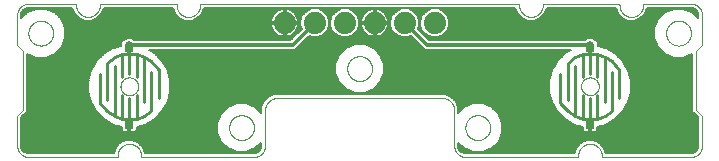
<source format=gbl>
G75*
%MOIN*%
%OFA0B0*%
%FSLAX25Y25*%
%IPPOS*%
%LPD*%
%AMOC8*
5,1,8,0,0,1.08239X$1,22.5*
%
%ADD10C,0.00000*%
%ADD11C,0.01000*%
%ADD12R,0.03150X0.03150*%
%ADD13C,0.07400*%
%ADD14C,0.00600*%
%ADD15C,0.02581*%
%ADD16C,0.01200*%
D10*
X0007206Y0003269D02*
X0036733Y0003269D01*
X0036733Y0003761D01*
X0040670Y0007698D02*
X0040794Y0007696D01*
X0040917Y0007690D01*
X0041041Y0007681D01*
X0041163Y0007667D01*
X0041286Y0007650D01*
X0041408Y0007628D01*
X0041529Y0007603D01*
X0041649Y0007574D01*
X0041768Y0007542D01*
X0041887Y0007505D01*
X0042004Y0007465D01*
X0042119Y0007422D01*
X0042234Y0007374D01*
X0042346Y0007323D01*
X0042457Y0007269D01*
X0042567Y0007211D01*
X0042674Y0007150D01*
X0042780Y0007085D01*
X0042883Y0007017D01*
X0042984Y0006946D01*
X0043083Y0006872D01*
X0043180Y0006795D01*
X0043274Y0006714D01*
X0043365Y0006631D01*
X0043454Y0006545D01*
X0043540Y0006456D01*
X0043623Y0006365D01*
X0043704Y0006271D01*
X0043781Y0006174D01*
X0043855Y0006075D01*
X0043926Y0005974D01*
X0043994Y0005871D01*
X0044059Y0005765D01*
X0044120Y0005658D01*
X0044178Y0005548D01*
X0044232Y0005437D01*
X0044283Y0005325D01*
X0044331Y0005210D01*
X0044374Y0005095D01*
X0044414Y0004978D01*
X0044451Y0004859D01*
X0044483Y0004740D01*
X0044512Y0004620D01*
X0044537Y0004499D01*
X0044559Y0004377D01*
X0044576Y0004254D01*
X0044590Y0004132D01*
X0044599Y0004008D01*
X0044605Y0003885D01*
X0044607Y0003761D01*
X0044607Y0003269D01*
X0082009Y0003269D01*
X0082133Y0003271D01*
X0082256Y0003277D01*
X0082380Y0003286D01*
X0082502Y0003300D01*
X0082625Y0003317D01*
X0082747Y0003339D01*
X0082868Y0003364D01*
X0082988Y0003393D01*
X0083107Y0003425D01*
X0083226Y0003462D01*
X0083343Y0003502D01*
X0083458Y0003545D01*
X0083573Y0003593D01*
X0083685Y0003644D01*
X0083796Y0003698D01*
X0083906Y0003756D01*
X0084013Y0003817D01*
X0084119Y0003882D01*
X0084222Y0003950D01*
X0084323Y0004021D01*
X0084422Y0004095D01*
X0084519Y0004172D01*
X0084613Y0004253D01*
X0084704Y0004336D01*
X0084793Y0004422D01*
X0084879Y0004511D01*
X0084962Y0004602D01*
X0085043Y0004696D01*
X0085120Y0004793D01*
X0085194Y0004892D01*
X0085265Y0004993D01*
X0085333Y0005096D01*
X0085398Y0005202D01*
X0085459Y0005309D01*
X0085517Y0005419D01*
X0085571Y0005530D01*
X0085622Y0005642D01*
X0085670Y0005757D01*
X0085713Y0005872D01*
X0085753Y0005989D01*
X0085790Y0006108D01*
X0085822Y0006227D01*
X0085851Y0006347D01*
X0085876Y0006468D01*
X0085898Y0006590D01*
X0085915Y0006713D01*
X0085929Y0006835D01*
X0085938Y0006959D01*
X0085944Y0007082D01*
X0085946Y0007206D01*
X0085946Y0019017D01*
X0085948Y0019141D01*
X0085954Y0019264D01*
X0085963Y0019388D01*
X0085977Y0019510D01*
X0085994Y0019633D01*
X0086016Y0019755D01*
X0086041Y0019876D01*
X0086070Y0019996D01*
X0086102Y0020115D01*
X0086139Y0020234D01*
X0086179Y0020351D01*
X0086222Y0020466D01*
X0086270Y0020581D01*
X0086321Y0020693D01*
X0086375Y0020804D01*
X0086433Y0020914D01*
X0086494Y0021021D01*
X0086559Y0021127D01*
X0086627Y0021230D01*
X0086698Y0021331D01*
X0086772Y0021430D01*
X0086849Y0021527D01*
X0086930Y0021621D01*
X0087013Y0021712D01*
X0087099Y0021801D01*
X0087188Y0021887D01*
X0087279Y0021970D01*
X0087373Y0022051D01*
X0087470Y0022128D01*
X0087569Y0022202D01*
X0087670Y0022273D01*
X0087773Y0022341D01*
X0087879Y0022406D01*
X0087986Y0022467D01*
X0088096Y0022525D01*
X0088207Y0022579D01*
X0088319Y0022630D01*
X0088434Y0022678D01*
X0088549Y0022721D01*
X0088666Y0022761D01*
X0088785Y0022798D01*
X0088904Y0022830D01*
X0089024Y0022859D01*
X0089145Y0022884D01*
X0089267Y0022906D01*
X0089390Y0022923D01*
X0089512Y0022937D01*
X0089636Y0022946D01*
X0089759Y0022952D01*
X0089883Y0022954D01*
X0145001Y0022954D01*
X0145125Y0022952D01*
X0145248Y0022946D01*
X0145372Y0022937D01*
X0145494Y0022923D01*
X0145617Y0022906D01*
X0145739Y0022884D01*
X0145860Y0022859D01*
X0145980Y0022830D01*
X0146099Y0022798D01*
X0146218Y0022761D01*
X0146335Y0022721D01*
X0146450Y0022678D01*
X0146565Y0022630D01*
X0146677Y0022579D01*
X0146788Y0022525D01*
X0146898Y0022467D01*
X0147005Y0022406D01*
X0147111Y0022341D01*
X0147214Y0022273D01*
X0147315Y0022202D01*
X0147414Y0022128D01*
X0147511Y0022051D01*
X0147605Y0021970D01*
X0147696Y0021887D01*
X0147785Y0021801D01*
X0147871Y0021712D01*
X0147954Y0021621D01*
X0148035Y0021527D01*
X0148112Y0021430D01*
X0148186Y0021331D01*
X0148257Y0021230D01*
X0148325Y0021127D01*
X0148390Y0021021D01*
X0148451Y0020914D01*
X0148509Y0020804D01*
X0148563Y0020693D01*
X0148614Y0020581D01*
X0148662Y0020466D01*
X0148705Y0020351D01*
X0148745Y0020234D01*
X0148782Y0020115D01*
X0148814Y0019996D01*
X0148843Y0019876D01*
X0148868Y0019755D01*
X0148890Y0019633D01*
X0148907Y0019510D01*
X0148921Y0019388D01*
X0148930Y0019264D01*
X0148936Y0019141D01*
X0148938Y0019017D01*
X0148938Y0007206D01*
X0148940Y0007082D01*
X0148946Y0006959D01*
X0148955Y0006835D01*
X0148969Y0006713D01*
X0148986Y0006590D01*
X0149008Y0006468D01*
X0149033Y0006347D01*
X0149062Y0006227D01*
X0149094Y0006108D01*
X0149131Y0005989D01*
X0149171Y0005872D01*
X0149214Y0005757D01*
X0149262Y0005642D01*
X0149313Y0005530D01*
X0149367Y0005419D01*
X0149425Y0005309D01*
X0149486Y0005202D01*
X0149551Y0005096D01*
X0149619Y0004993D01*
X0149690Y0004892D01*
X0149764Y0004793D01*
X0149841Y0004696D01*
X0149922Y0004602D01*
X0150005Y0004511D01*
X0150091Y0004422D01*
X0150180Y0004336D01*
X0150271Y0004253D01*
X0150365Y0004172D01*
X0150462Y0004095D01*
X0150561Y0004021D01*
X0150662Y0003950D01*
X0150765Y0003882D01*
X0150871Y0003817D01*
X0150978Y0003756D01*
X0151088Y0003698D01*
X0151199Y0003644D01*
X0151311Y0003593D01*
X0151426Y0003545D01*
X0151541Y0003502D01*
X0151658Y0003462D01*
X0151777Y0003425D01*
X0151896Y0003393D01*
X0152016Y0003364D01*
X0152137Y0003339D01*
X0152259Y0003317D01*
X0152382Y0003300D01*
X0152504Y0003286D01*
X0152628Y0003277D01*
X0152751Y0003271D01*
X0152875Y0003269D01*
X0190276Y0003269D01*
X0190276Y0003761D01*
X0194213Y0007698D02*
X0194337Y0007696D01*
X0194460Y0007690D01*
X0194584Y0007681D01*
X0194706Y0007667D01*
X0194829Y0007650D01*
X0194951Y0007628D01*
X0195072Y0007603D01*
X0195192Y0007574D01*
X0195311Y0007542D01*
X0195430Y0007505D01*
X0195547Y0007465D01*
X0195662Y0007422D01*
X0195777Y0007374D01*
X0195889Y0007323D01*
X0196000Y0007269D01*
X0196110Y0007211D01*
X0196217Y0007150D01*
X0196323Y0007085D01*
X0196426Y0007017D01*
X0196527Y0006946D01*
X0196626Y0006872D01*
X0196723Y0006795D01*
X0196817Y0006714D01*
X0196908Y0006631D01*
X0196997Y0006545D01*
X0197083Y0006456D01*
X0197166Y0006365D01*
X0197247Y0006271D01*
X0197324Y0006174D01*
X0197398Y0006075D01*
X0197469Y0005974D01*
X0197537Y0005871D01*
X0197602Y0005765D01*
X0197663Y0005658D01*
X0197721Y0005548D01*
X0197775Y0005437D01*
X0197826Y0005325D01*
X0197874Y0005210D01*
X0197917Y0005095D01*
X0197957Y0004978D01*
X0197994Y0004859D01*
X0198026Y0004740D01*
X0198055Y0004620D01*
X0198080Y0004499D01*
X0198102Y0004377D01*
X0198119Y0004254D01*
X0198133Y0004132D01*
X0198142Y0004008D01*
X0198148Y0003885D01*
X0198150Y0003761D01*
X0198150Y0003269D01*
X0227678Y0003269D01*
X0227802Y0003271D01*
X0227925Y0003277D01*
X0228049Y0003286D01*
X0228171Y0003300D01*
X0228294Y0003317D01*
X0228416Y0003339D01*
X0228537Y0003364D01*
X0228657Y0003393D01*
X0228776Y0003425D01*
X0228895Y0003462D01*
X0229012Y0003502D01*
X0229127Y0003545D01*
X0229242Y0003593D01*
X0229354Y0003644D01*
X0229465Y0003698D01*
X0229575Y0003756D01*
X0229682Y0003817D01*
X0229788Y0003882D01*
X0229891Y0003950D01*
X0229992Y0004021D01*
X0230091Y0004095D01*
X0230188Y0004172D01*
X0230282Y0004253D01*
X0230373Y0004336D01*
X0230462Y0004422D01*
X0230548Y0004511D01*
X0230631Y0004602D01*
X0230712Y0004696D01*
X0230789Y0004793D01*
X0230863Y0004892D01*
X0230934Y0004993D01*
X0231002Y0005096D01*
X0231067Y0005202D01*
X0231128Y0005309D01*
X0231186Y0005419D01*
X0231240Y0005530D01*
X0231291Y0005642D01*
X0231339Y0005757D01*
X0231382Y0005872D01*
X0231422Y0005989D01*
X0231459Y0006108D01*
X0231491Y0006227D01*
X0231520Y0006347D01*
X0231545Y0006468D01*
X0231567Y0006590D01*
X0231584Y0006713D01*
X0231598Y0006835D01*
X0231607Y0006959D01*
X0231613Y0007082D01*
X0231615Y0007206D01*
X0231615Y0017048D01*
X0229646Y0019017D01*
X0229646Y0038702D01*
X0231615Y0040670D01*
X0231615Y0050513D01*
X0231613Y0050637D01*
X0231607Y0050760D01*
X0231598Y0050884D01*
X0231584Y0051006D01*
X0231567Y0051129D01*
X0231545Y0051251D01*
X0231520Y0051372D01*
X0231491Y0051492D01*
X0231459Y0051611D01*
X0231422Y0051730D01*
X0231382Y0051847D01*
X0231339Y0051962D01*
X0231291Y0052077D01*
X0231240Y0052189D01*
X0231186Y0052300D01*
X0231128Y0052410D01*
X0231067Y0052517D01*
X0231002Y0052623D01*
X0230934Y0052726D01*
X0230863Y0052827D01*
X0230789Y0052926D01*
X0230712Y0053023D01*
X0230631Y0053117D01*
X0230548Y0053208D01*
X0230462Y0053297D01*
X0230373Y0053383D01*
X0230282Y0053466D01*
X0230188Y0053547D01*
X0230091Y0053624D01*
X0229992Y0053698D01*
X0229891Y0053769D01*
X0229788Y0053837D01*
X0229682Y0053902D01*
X0229575Y0053963D01*
X0229465Y0054021D01*
X0229354Y0054075D01*
X0229242Y0054126D01*
X0229127Y0054174D01*
X0229012Y0054217D01*
X0228895Y0054257D01*
X0228776Y0054294D01*
X0228657Y0054326D01*
X0228537Y0054355D01*
X0228416Y0054380D01*
X0228294Y0054402D01*
X0228171Y0054419D01*
X0228049Y0054433D01*
X0227925Y0054442D01*
X0227802Y0054448D01*
X0227678Y0054450D01*
X0211930Y0054450D01*
X0211930Y0053957D01*
X0207993Y0050020D02*
X0207869Y0050022D01*
X0207746Y0050028D01*
X0207622Y0050037D01*
X0207500Y0050051D01*
X0207377Y0050068D01*
X0207255Y0050090D01*
X0207134Y0050115D01*
X0207014Y0050144D01*
X0206895Y0050176D01*
X0206776Y0050213D01*
X0206659Y0050253D01*
X0206544Y0050296D01*
X0206429Y0050344D01*
X0206317Y0050395D01*
X0206206Y0050449D01*
X0206096Y0050507D01*
X0205989Y0050568D01*
X0205883Y0050633D01*
X0205780Y0050701D01*
X0205679Y0050772D01*
X0205580Y0050846D01*
X0205483Y0050923D01*
X0205389Y0051004D01*
X0205298Y0051087D01*
X0205209Y0051173D01*
X0205123Y0051262D01*
X0205040Y0051353D01*
X0204959Y0051447D01*
X0204882Y0051544D01*
X0204808Y0051643D01*
X0204737Y0051744D01*
X0204669Y0051847D01*
X0204604Y0051953D01*
X0204543Y0052060D01*
X0204485Y0052170D01*
X0204431Y0052281D01*
X0204380Y0052393D01*
X0204332Y0052508D01*
X0204289Y0052623D01*
X0204249Y0052740D01*
X0204212Y0052859D01*
X0204180Y0052978D01*
X0204151Y0053098D01*
X0204126Y0053219D01*
X0204104Y0053341D01*
X0204087Y0053464D01*
X0204073Y0053586D01*
X0204064Y0053710D01*
X0204058Y0053833D01*
X0204056Y0053957D01*
X0204056Y0054450D01*
X0178465Y0054450D01*
X0178465Y0053957D01*
X0174528Y0050020D02*
X0174404Y0050022D01*
X0174281Y0050028D01*
X0174157Y0050037D01*
X0174035Y0050051D01*
X0173912Y0050068D01*
X0173790Y0050090D01*
X0173669Y0050115D01*
X0173549Y0050144D01*
X0173430Y0050176D01*
X0173311Y0050213D01*
X0173194Y0050253D01*
X0173079Y0050296D01*
X0172964Y0050344D01*
X0172852Y0050395D01*
X0172741Y0050449D01*
X0172631Y0050507D01*
X0172524Y0050568D01*
X0172418Y0050633D01*
X0172315Y0050701D01*
X0172214Y0050772D01*
X0172115Y0050846D01*
X0172018Y0050923D01*
X0171924Y0051004D01*
X0171833Y0051087D01*
X0171744Y0051173D01*
X0171658Y0051262D01*
X0171575Y0051353D01*
X0171494Y0051447D01*
X0171417Y0051544D01*
X0171343Y0051643D01*
X0171272Y0051744D01*
X0171204Y0051847D01*
X0171139Y0051953D01*
X0171078Y0052060D01*
X0171020Y0052170D01*
X0170966Y0052281D01*
X0170915Y0052393D01*
X0170867Y0052508D01*
X0170824Y0052623D01*
X0170784Y0052740D01*
X0170747Y0052859D01*
X0170715Y0052978D01*
X0170686Y0053098D01*
X0170661Y0053219D01*
X0170639Y0053341D01*
X0170622Y0053464D01*
X0170608Y0053586D01*
X0170599Y0053710D01*
X0170593Y0053833D01*
X0170591Y0053957D01*
X0170591Y0054450D01*
X0064292Y0054450D01*
X0064292Y0053957D01*
X0060355Y0050020D02*
X0060231Y0050022D01*
X0060108Y0050028D01*
X0059984Y0050037D01*
X0059862Y0050051D01*
X0059739Y0050068D01*
X0059617Y0050090D01*
X0059496Y0050115D01*
X0059376Y0050144D01*
X0059257Y0050176D01*
X0059138Y0050213D01*
X0059021Y0050253D01*
X0058906Y0050296D01*
X0058791Y0050344D01*
X0058679Y0050395D01*
X0058568Y0050449D01*
X0058458Y0050507D01*
X0058351Y0050568D01*
X0058245Y0050633D01*
X0058142Y0050701D01*
X0058041Y0050772D01*
X0057942Y0050846D01*
X0057845Y0050923D01*
X0057751Y0051004D01*
X0057660Y0051087D01*
X0057571Y0051173D01*
X0057485Y0051262D01*
X0057402Y0051353D01*
X0057321Y0051447D01*
X0057244Y0051544D01*
X0057170Y0051643D01*
X0057099Y0051744D01*
X0057031Y0051847D01*
X0056966Y0051953D01*
X0056905Y0052060D01*
X0056847Y0052170D01*
X0056793Y0052281D01*
X0056742Y0052393D01*
X0056694Y0052508D01*
X0056651Y0052623D01*
X0056611Y0052740D01*
X0056574Y0052859D01*
X0056542Y0052978D01*
X0056513Y0053098D01*
X0056488Y0053219D01*
X0056466Y0053341D01*
X0056449Y0053464D01*
X0056435Y0053586D01*
X0056426Y0053710D01*
X0056420Y0053833D01*
X0056418Y0053957D01*
X0056418Y0054450D01*
X0030828Y0054450D01*
X0030828Y0053957D01*
X0026891Y0050020D02*
X0026767Y0050022D01*
X0026644Y0050028D01*
X0026520Y0050037D01*
X0026398Y0050051D01*
X0026275Y0050068D01*
X0026153Y0050090D01*
X0026032Y0050115D01*
X0025912Y0050144D01*
X0025793Y0050176D01*
X0025674Y0050213D01*
X0025557Y0050253D01*
X0025442Y0050296D01*
X0025327Y0050344D01*
X0025215Y0050395D01*
X0025104Y0050449D01*
X0024994Y0050507D01*
X0024887Y0050568D01*
X0024781Y0050633D01*
X0024678Y0050701D01*
X0024577Y0050772D01*
X0024478Y0050846D01*
X0024381Y0050923D01*
X0024287Y0051004D01*
X0024196Y0051087D01*
X0024107Y0051173D01*
X0024021Y0051262D01*
X0023938Y0051353D01*
X0023857Y0051447D01*
X0023780Y0051544D01*
X0023706Y0051643D01*
X0023635Y0051744D01*
X0023567Y0051847D01*
X0023502Y0051953D01*
X0023441Y0052060D01*
X0023383Y0052170D01*
X0023329Y0052281D01*
X0023278Y0052393D01*
X0023230Y0052508D01*
X0023187Y0052623D01*
X0023147Y0052740D01*
X0023110Y0052859D01*
X0023078Y0052978D01*
X0023049Y0053098D01*
X0023024Y0053219D01*
X0023002Y0053341D01*
X0022985Y0053464D01*
X0022971Y0053586D01*
X0022962Y0053710D01*
X0022956Y0053833D01*
X0022954Y0053957D01*
X0022954Y0054450D01*
X0007206Y0054450D01*
X0007082Y0054448D01*
X0006959Y0054442D01*
X0006835Y0054433D01*
X0006713Y0054419D01*
X0006590Y0054402D01*
X0006468Y0054380D01*
X0006347Y0054355D01*
X0006227Y0054326D01*
X0006108Y0054294D01*
X0005989Y0054257D01*
X0005872Y0054217D01*
X0005757Y0054174D01*
X0005642Y0054126D01*
X0005530Y0054075D01*
X0005419Y0054021D01*
X0005309Y0053963D01*
X0005202Y0053902D01*
X0005096Y0053837D01*
X0004993Y0053769D01*
X0004892Y0053698D01*
X0004793Y0053624D01*
X0004696Y0053547D01*
X0004602Y0053466D01*
X0004511Y0053383D01*
X0004422Y0053297D01*
X0004336Y0053208D01*
X0004253Y0053117D01*
X0004172Y0053023D01*
X0004095Y0052926D01*
X0004021Y0052827D01*
X0003950Y0052726D01*
X0003882Y0052623D01*
X0003817Y0052517D01*
X0003756Y0052410D01*
X0003698Y0052300D01*
X0003644Y0052189D01*
X0003593Y0052077D01*
X0003545Y0051962D01*
X0003502Y0051847D01*
X0003462Y0051730D01*
X0003425Y0051611D01*
X0003393Y0051492D01*
X0003364Y0051372D01*
X0003339Y0051251D01*
X0003317Y0051129D01*
X0003300Y0051006D01*
X0003286Y0050884D01*
X0003277Y0050760D01*
X0003271Y0050637D01*
X0003269Y0050513D01*
X0003269Y0040670D01*
X0005237Y0038702D01*
X0005237Y0019017D01*
X0003269Y0017048D01*
X0003269Y0007206D01*
X0003271Y0007082D01*
X0003277Y0006959D01*
X0003286Y0006835D01*
X0003300Y0006713D01*
X0003317Y0006590D01*
X0003339Y0006468D01*
X0003364Y0006347D01*
X0003393Y0006227D01*
X0003425Y0006108D01*
X0003462Y0005989D01*
X0003502Y0005872D01*
X0003545Y0005757D01*
X0003593Y0005642D01*
X0003644Y0005530D01*
X0003698Y0005419D01*
X0003756Y0005309D01*
X0003817Y0005202D01*
X0003882Y0005096D01*
X0003950Y0004993D01*
X0004021Y0004892D01*
X0004095Y0004793D01*
X0004172Y0004696D01*
X0004253Y0004602D01*
X0004336Y0004511D01*
X0004422Y0004422D01*
X0004511Y0004336D01*
X0004602Y0004253D01*
X0004696Y0004172D01*
X0004793Y0004095D01*
X0004892Y0004021D01*
X0004993Y0003950D01*
X0005096Y0003882D01*
X0005202Y0003817D01*
X0005309Y0003756D01*
X0005419Y0003698D01*
X0005530Y0003644D01*
X0005642Y0003593D01*
X0005757Y0003545D01*
X0005872Y0003502D01*
X0005989Y0003462D01*
X0006108Y0003425D01*
X0006227Y0003393D01*
X0006347Y0003364D01*
X0006468Y0003339D01*
X0006590Y0003317D01*
X0006713Y0003300D01*
X0006835Y0003286D01*
X0006959Y0003277D01*
X0007082Y0003271D01*
X0007206Y0003269D01*
X0036733Y0003761D02*
X0036735Y0003885D01*
X0036741Y0004008D01*
X0036750Y0004132D01*
X0036764Y0004254D01*
X0036781Y0004377D01*
X0036803Y0004499D01*
X0036828Y0004620D01*
X0036857Y0004740D01*
X0036889Y0004859D01*
X0036926Y0004978D01*
X0036966Y0005095D01*
X0037009Y0005210D01*
X0037057Y0005325D01*
X0037108Y0005437D01*
X0037162Y0005548D01*
X0037220Y0005658D01*
X0037281Y0005765D01*
X0037346Y0005871D01*
X0037414Y0005974D01*
X0037485Y0006075D01*
X0037559Y0006174D01*
X0037636Y0006271D01*
X0037717Y0006365D01*
X0037800Y0006456D01*
X0037886Y0006545D01*
X0037975Y0006631D01*
X0038066Y0006714D01*
X0038160Y0006795D01*
X0038257Y0006872D01*
X0038356Y0006946D01*
X0038457Y0007017D01*
X0038560Y0007085D01*
X0038666Y0007150D01*
X0038773Y0007211D01*
X0038883Y0007269D01*
X0038994Y0007323D01*
X0039106Y0007374D01*
X0039221Y0007422D01*
X0039336Y0007465D01*
X0039453Y0007505D01*
X0039572Y0007542D01*
X0039691Y0007574D01*
X0039811Y0007603D01*
X0039932Y0007628D01*
X0040054Y0007650D01*
X0040177Y0007667D01*
X0040299Y0007681D01*
X0040423Y0007690D01*
X0040546Y0007696D01*
X0040670Y0007698D01*
X0073938Y0013111D02*
X0073940Y0013239D01*
X0073946Y0013367D01*
X0073956Y0013494D01*
X0073970Y0013622D01*
X0073987Y0013748D01*
X0074009Y0013874D01*
X0074035Y0014000D01*
X0074064Y0014124D01*
X0074097Y0014248D01*
X0074134Y0014370D01*
X0074175Y0014491D01*
X0074220Y0014611D01*
X0074268Y0014730D01*
X0074320Y0014847D01*
X0074376Y0014962D01*
X0074435Y0015076D01*
X0074497Y0015187D01*
X0074563Y0015297D01*
X0074632Y0015404D01*
X0074705Y0015510D01*
X0074781Y0015613D01*
X0074860Y0015713D01*
X0074942Y0015812D01*
X0075027Y0015907D01*
X0075115Y0016000D01*
X0075206Y0016090D01*
X0075299Y0016177D01*
X0075396Y0016262D01*
X0075494Y0016343D01*
X0075596Y0016421D01*
X0075699Y0016496D01*
X0075805Y0016568D01*
X0075913Y0016637D01*
X0076023Y0016702D01*
X0076136Y0016763D01*
X0076250Y0016822D01*
X0076365Y0016876D01*
X0076483Y0016927D01*
X0076601Y0016975D01*
X0076722Y0017018D01*
X0076843Y0017058D01*
X0076966Y0017094D01*
X0077090Y0017127D01*
X0077215Y0017155D01*
X0077340Y0017180D01*
X0077466Y0017200D01*
X0077593Y0017217D01*
X0077721Y0017230D01*
X0077848Y0017239D01*
X0077976Y0017244D01*
X0078104Y0017245D01*
X0078232Y0017242D01*
X0078360Y0017235D01*
X0078487Y0017224D01*
X0078614Y0017209D01*
X0078741Y0017191D01*
X0078867Y0017168D01*
X0078992Y0017141D01*
X0079116Y0017111D01*
X0079239Y0017077D01*
X0079362Y0017039D01*
X0079483Y0016997D01*
X0079602Y0016951D01*
X0079720Y0016902D01*
X0079837Y0016849D01*
X0079952Y0016793D01*
X0080065Y0016733D01*
X0080176Y0016670D01*
X0080285Y0016603D01*
X0080392Y0016533D01*
X0080497Y0016459D01*
X0080599Y0016383D01*
X0080699Y0016303D01*
X0080797Y0016220D01*
X0080892Y0016134D01*
X0080984Y0016045D01*
X0081073Y0015954D01*
X0081160Y0015860D01*
X0081243Y0015763D01*
X0081324Y0015663D01*
X0081401Y0015562D01*
X0081476Y0015457D01*
X0081547Y0015351D01*
X0081614Y0015242D01*
X0081679Y0015132D01*
X0081739Y0015019D01*
X0081797Y0014905D01*
X0081850Y0014789D01*
X0081900Y0014671D01*
X0081947Y0014552D01*
X0081990Y0014431D01*
X0082029Y0014309D01*
X0082064Y0014186D01*
X0082095Y0014062D01*
X0082123Y0013937D01*
X0082146Y0013811D01*
X0082166Y0013685D01*
X0082182Y0013558D01*
X0082194Y0013431D01*
X0082202Y0013303D01*
X0082206Y0013175D01*
X0082206Y0013047D01*
X0082202Y0012919D01*
X0082194Y0012791D01*
X0082182Y0012664D01*
X0082166Y0012537D01*
X0082146Y0012411D01*
X0082123Y0012285D01*
X0082095Y0012160D01*
X0082064Y0012036D01*
X0082029Y0011913D01*
X0081990Y0011791D01*
X0081947Y0011670D01*
X0081900Y0011551D01*
X0081850Y0011433D01*
X0081797Y0011317D01*
X0081739Y0011203D01*
X0081679Y0011090D01*
X0081614Y0010980D01*
X0081547Y0010871D01*
X0081476Y0010765D01*
X0081401Y0010660D01*
X0081324Y0010559D01*
X0081243Y0010459D01*
X0081160Y0010362D01*
X0081073Y0010268D01*
X0080984Y0010177D01*
X0080892Y0010088D01*
X0080797Y0010002D01*
X0080699Y0009919D01*
X0080599Y0009839D01*
X0080497Y0009763D01*
X0080392Y0009689D01*
X0080285Y0009619D01*
X0080176Y0009552D01*
X0080065Y0009489D01*
X0079952Y0009429D01*
X0079837Y0009373D01*
X0079720Y0009320D01*
X0079602Y0009271D01*
X0079483Y0009225D01*
X0079362Y0009183D01*
X0079239Y0009145D01*
X0079116Y0009111D01*
X0078992Y0009081D01*
X0078867Y0009054D01*
X0078741Y0009031D01*
X0078614Y0009013D01*
X0078487Y0008998D01*
X0078360Y0008987D01*
X0078232Y0008980D01*
X0078104Y0008977D01*
X0077976Y0008978D01*
X0077848Y0008983D01*
X0077721Y0008992D01*
X0077593Y0009005D01*
X0077466Y0009022D01*
X0077340Y0009042D01*
X0077215Y0009067D01*
X0077090Y0009095D01*
X0076966Y0009128D01*
X0076843Y0009164D01*
X0076722Y0009204D01*
X0076601Y0009247D01*
X0076483Y0009295D01*
X0076365Y0009346D01*
X0076250Y0009400D01*
X0076136Y0009459D01*
X0076023Y0009520D01*
X0075913Y0009585D01*
X0075805Y0009654D01*
X0075699Y0009726D01*
X0075596Y0009801D01*
X0075494Y0009879D01*
X0075396Y0009960D01*
X0075299Y0010045D01*
X0075206Y0010132D01*
X0075115Y0010222D01*
X0075027Y0010315D01*
X0074942Y0010410D01*
X0074860Y0010509D01*
X0074781Y0010609D01*
X0074705Y0010712D01*
X0074632Y0010818D01*
X0074563Y0010925D01*
X0074497Y0011035D01*
X0074435Y0011146D01*
X0074376Y0011260D01*
X0074320Y0011375D01*
X0074268Y0011492D01*
X0074220Y0011611D01*
X0074175Y0011731D01*
X0074134Y0011852D01*
X0074097Y0011974D01*
X0074064Y0012098D01*
X0074035Y0012222D01*
X0074009Y0012348D01*
X0073987Y0012474D01*
X0073970Y0012600D01*
X0073956Y0012728D01*
X0073946Y0012855D01*
X0073940Y0012983D01*
X0073938Y0013111D01*
X0037717Y0026891D02*
X0037719Y0026999D01*
X0037725Y0027108D01*
X0037735Y0027216D01*
X0037749Y0027323D01*
X0037767Y0027430D01*
X0037788Y0027537D01*
X0037814Y0027642D01*
X0037844Y0027747D01*
X0037877Y0027850D01*
X0037914Y0027952D01*
X0037955Y0028052D01*
X0037999Y0028151D01*
X0038048Y0028249D01*
X0038099Y0028344D01*
X0038154Y0028437D01*
X0038213Y0028529D01*
X0038275Y0028618D01*
X0038340Y0028705D01*
X0038408Y0028789D01*
X0038479Y0028871D01*
X0038553Y0028950D01*
X0038630Y0029026D01*
X0038710Y0029100D01*
X0038793Y0029170D01*
X0038878Y0029238D01*
X0038965Y0029302D01*
X0039055Y0029363D01*
X0039147Y0029421D01*
X0039241Y0029475D01*
X0039337Y0029526D01*
X0039434Y0029573D01*
X0039534Y0029617D01*
X0039635Y0029657D01*
X0039737Y0029693D01*
X0039840Y0029725D01*
X0039945Y0029754D01*
X0040051Y0029778D01*
X0040157Y0029799D01*
X0040264Y0029816D01*
X0040372Y0029829D01*
X0040480Y0029838D01*
X0040589Y0029843D01*
X0040697Y0029844D01*
X0040806Y0029841D01*
X0040914Y0029834D01*
X0041022Y0029823D01*
X0041129Y0029808D01*
X0041236Y0029789D01*
X0041342Y0029766D01*
X0041447Y0029740D01*
X0041552Y0029709D01*
X0041654Y0029675D01*
X0041756Y0029637D01*
X0041856Y0029595D01*
X0041955Y0029550D01*
X0042052Y0029501D01*
X0042146Y0029448D01*
X0042239Y0029392D01*
X0042330Y0029333D01*
X0042419Y0029270D01*
X0042505Y0029205D01*
X0042589Y0029136D01*
X0042670Y0029064D01*
X0042748Y0028989D01*
X0042824Y0028911D01*
X0042897Y0028830D01*
X0042967Y0028747D01*
X0043033Y0028662D01*
X0043097Y0028574D01*
X0043157Y0028483D01*
X0043214Y0028391D01*
X0043267Y0028296D01*
X0043317Y0028200D01*
X0043363Y0028102D01*
X0043406Y0028002D01*
X0043445Y0027901D01*
X0043480Y0027798D01*
X0043512Y0027695D01*
X0043539Y0027590D01*
X0043563Y0027484D01*
X0043583Y0027377D01*
X0043599Y0027270D01*
X0043611Y0027162D01*
X0043619Y0027054D01*
X0043623Y0026945D01*
X0043623Y0026837D01*
X0043619Y0026728D01*
X0043611Y0026620D01*
X0043599Y0026512D01*
X0043583Y0026405D01*
X0043563Y0026298D01*
X0043539Y0026192D01*
X0043512Y0026087D01*
X0043480Y0025984D01*
X0043445Y0025881D01*
X0043406Y0025780D01*
X0043363Y0025680D01*
X0043317Y0025582D01*
X0043267Y0025486D01*
X0043214Y0025391D01*
X0043157Y0025299D01*
X0043097Y0025208D01*
X0043033Y0025120D01*
X0042967Y0025035D01*
X0042897Y0024952D01*
X0042824Y0024871D01*
X0042748Y0024793D01*
X0042670Y0024718D01*
X0042589Y0024646D01*
X0042505Y0024577D01*
X0042419Y0024512D01*
X0042330Y0024449D01*
X0042239Y0024390D01*
X0042147Y0024334D01*
X0042052Y0024281D01*
X0041955Y0024232D01*
X0041856Y0024187D01*
X0041756Y0024145D01*
X0041654Y0024107D01*
X0041552Y0024073D01*
X0041447Y0024042D01*
X0041342Y0024016D01*
X0041236Y0023993D01*
X0041129Y0023974D01*
X0041022Y0023959D01*
X0040914Y0023948D01*
X0040806Y0023941D01*
X0040697Y0023938D01*
X0040589Y0023939D01*
X0040480Y0023944D01*
X0040372Y0023953D01*
X0040264Y0023966D01*
X0040157Y0023983D01*
X0040051Y0024004D01*
X0039945Y0024028D01*
X0039840Y0024057D01*
X0039737Y0024089D01*
X0039635Y0024125D01*
X0039534Y0024165D01*
X0039434Y0024209D01*
X0039337Y0024256D01*
X0039241Y0024307D01*
X0039147Y0024361D01*
X0039055Y0024419D01*
X0038965Y0024480D01*
X0038878Y0024544D01*
X0038793Y0024612D01*
X0038710Y0024682D01*
X0038630Y0024756D01*
X0038553Y0024832D01*
X0038479Y0024911D01*
X0038408Y0024993D01*
X0038340Y0025077D01*
X0038275Y0025164D01*
X0038213Y0025253D01*
X0038154Y0025345D01*
X0038099Y0025438D01*
X0038048Y0025533D01*
X0037999Y0025631D01*
X0037955Y0025730D01*
X0037914Y0025830D01*
X0037877Y0025932D01*
X0037844Y0026035D01*
X0037814Y0026140D01*
X0037788Y0026245D01*
X0037767Y0026352D01*
X0037749Y0026459D01*
X0037735Y0026566D01*
X0037725Y0026674D01*
X0037719Y0026783D01*
X0037717Y0026891D01*
X0007009Y0044607D02*
X0007011Y0044735D01*
X0007017Y0044863D01*
X0007027Y0044990D01*
X0007041Y0045118D01*
X0007058Y0045244D01*
X0007080Y0045370D01*
X0007106Y0045496D01*
X0007135Y0045620D01*
X0007168Y0045744D01*
X0007205Y0045866D01*
X0007246Y0045987D01*
X0007291Y0046107D01*
X0007339Y0046226D01*
X0007391Y0046343D01*
X0007447Y0046458D01*
X0007506Y0046572D01*
X0007568Y0046683D01*
X0007634Y0046793D01*
X0007703Y0046900D01*
X0007776Y0047006D01*
X0007852Y0047109D01*
X0007931Y0047209D01*
X0008013Y0047308D01*
X0008098Y0047403D01*
X0008186Y0047496D01*
X0008277Y0047586D01*
X0008370Y0047673D01*
X0008467Y0047758D01*
X0008565Y0047839D01*
X0008667Y0047917D01*
X0008770Y0047992D01*
X0008876Y0048064D01*
X0008984Y0048133D01*
X0009094Y0048198D01*
X0009207Y0048259D01*
X0009321Y0048318D01*
X0009436Y0048372D01*
X0009554Y0048423D01*
X0009672Y0048471D01*
X0009793Y0048514D01*
X0009914Y0048554D01*
X0010037Y0048590D01*
X0010161Y0048623D01*
X0010286Y0048651D01*
X0010411Y0048676D01*
X0010537Y0048696D01*
X0010664Y0048713D01*
X0010792Y0048726D01*
X0010919Y0048735D01*
X0011047Y0048740D01*
X0011175Y0048741D01*
X0011303Y0048738D01*
X0011431Y0048731D01*
X0011558Y0048720D01*
X0011685Y0048705D01*
X0011812Y0048687D01*
X0011938Y0048664D01*
X0012063Y0048637D01*
X0012187Y0048607D01*
X0012310Y0048573D01*
X0012433Y0048535D01*
X0012554Y0048493D01*
X0012673Y0048447D01*
X0012791Y0048398D01*
X0012908Y0048345D01*
X0013023Y0048289D01*
X0013136Y0048229D01*
X0013247Y0048166D01*
X0013356Y0048099D01*
X0013463Y0048029D01*
X0013568Y0047955D01*
X0013670Y0047879D01*
X0013770Y0047799D01*
X0013868Y0047716D01*
X0013963Y0047630D01*
X0014055Y0047541D01*
X0014144Y0047450D01*
X0014231Y0047356D01*
X0014314Y0047259D01*
X0014395Y0047159D01*
X0014472Y0047058D01*
X0014547Y0046953D01*
X0014618Y0046847D01*
X0014685Y0046738D01*
X0014750Y0046628D01*
X0014810Y0046515D01*
X0014868Y0046401D01*
X0014921Y0046285D01*
X0014971Y0046167D01*
X0015018Y0046048D01*
X0015061Y0045927D01*
X0015100Y0045805D01*
X0015135Y0045682D01*
X0015166Y0045558D01*
X0015194Y0045433D01*
X0015217Y0045307D01*
X0015237Y0045181D01*
X0015253Y0045054D01*
X0015265Y0044927D01*
X0015273Y0044799D01*
X0015277Y0044671D01*
X0015277Y0044543D01*
X0015273Y0044415D01*
X0015265Y0044287D01*
X0015253Y0044160D01*
X0015237Y0044033D01*
X0015217Y0043907D01*
X0015194Y0043781D01*
X0015166Y0043656D01*
X0015135Y0043532D01*
X0015100Y0043409D01*
X0015061Y0043287D01*
X0015018Y0043166D01*
X0014971Y0043047D01*
X0014921Y0042929D01*
X0014868Y0042813D01*
X0014810Y0042699D01*
X0014750Y0042586D01*
X0014685Y0042476D01*
X0014618Y0042367D01*
X0014547Y0042261D01*
X0014472Y0042156D01*
X0014395Y0042055D01*
X0014314Y0041955D01*
X0014231Y0041858D01*
X0014144Y0041764D01*
X0014055Y0041673D01*
X0013963Y0041584D01*
X0013868Y0041498D01*
X0013770Y0041415D01*
X0013670Y0041335D01*
X0013568Y0041259D01*
X0013463Y0041185D01*
X0013356Y0041115D01*
X0013247Y0041048D01*
X0013136Y0040985D01*
X0013023Y0040925D01*
X0012908Y0040869D01*
X0012791Y0040816D01*
X0012673Y0040767D01*
X0012554Y0040721D01*
X0012433Y0040679D01*
X0012310Y0040641D01*
X0012187Y0040607D01*
X0012063Y0040577D01*
X0011938Y0040550D01*
X0011812Y0040527D01*
X0011685Y0040509D01*
X0011558Y0040494D01*
X0011431Y0040483D01*
X0011303Y0040476D01*
X0011175Y0040473D01*
X0011047Y0040474D01*
X0010919Y0040479D01*
X0010792Y0040488D01*
X0010664Y0040501D01*
X0010537Y0040518D01*
X0010411Y0040538D01*
X0010286Y0040563D01*
X0010161Y0040591D01*
X0010037Y0040624D01*
X0009914Y0040660D01*
X0009793Y0040700D01*
X0009672Y0040743D01*
X0009554Y0040791D01*
X0009436Y0040842D01*
X0009321Y0040896D01*
X0009207Y0040955D01*
X0009094Y0041016D01*
X0008984Y0041081D01*
X0008876Y0041150D01*
X0008770Y0041222D01*
X0008667Y0041297D01*
X0008565Y0041375D01*
X0008467Y0041456D01*
X0008370Y0041541D01*
X0008277Y0041628D01*
X0008186Y0041718D01*
X0008098Y0041811D01*
X0008013Y0041906D01*
X0007931Y0042005D01*
X0007852Y0042105D01*
X0007776Y0042208D01*
X0007703Y0042314D01*
X0007634Y0042421D01*
X0007568Y0042531D01*
X0007506Y0042642D01*
X0007447Y0042756D01*
X0007391Y0042871D01*
X0007339Y0042988D01*
X0007291Y0043107D01*
X0007246Y0043227D01*
X0007205Y0043348D01*
X0007168Y0043470D01*
X0007135Y0043594D01*
X0007106Y0043718D01*
X0007080Y0043844D01*
X0007058Y0043970D01*
X0007041Y0044096D01*
X0007027Y0044224D01*
X0007017Y0044351D01*
X0007011Y0044479D01*
X0007009Y0044607D01*
X0026891Y0050020D02*
X0027015Y0050022D01*
X0027138Y0050028D01*
X0027262Y0050037D01*
X0027384Y0050051D01*
X0027507Y0050068D01*
X0027629Y0050090D01*
X0027750Y0050115D01*
X0027870Y0050144D01*
X0027989Y0050176D01*
X0028108Y0050213D01*
X0028225Y0050253D01*
X0028340Y0050296D01*
X0028455Y0050344D01*
X0028567Y0050395D01*
X0028678Y0050449D01*
X0028788Y0050507D01*
X0028895Y0050568D01*
X0029001Y0050633D01*
X0029104Y0050701D01*
X0029205Y0050772D01*
X0029304Y0050846D01*
X0029401Y0050923D01*
X0029495Y0051004D01*
X0029586Y0051087D01*
X0029675Y0051173D01*
X0029761Y0051262D01*
X0029844Y0051353D01*
X0029925Y0051447D01*
X0030002Y0051544D01*
X0030076Y0051643D01*
X0030147Y0051744D01*
X0030215Y0051847D01*
X0030280Y0051953D01*
X0030341Y0052060D01*
X0030399Y0052170D01*
X0030453Y0052281D01*
X0030504Y0052393D01*
X0030552Y0052508D01*
X0030595Y0052623D01*
X0030635Y0052740D01*
X0030672Y0052859D01*
X0030704Y0052978D01*
X0030733Y0053098D01*
X0030758Y0053219D01*
X0030780Y0053341D01*
X0030797Y0053464D01*
X0030811Y0053586D01*
X0030820Y0053710D01*
X0030826Y0053833D01*
X0030828Y0053957D01*
X0060355Y0050020D02*
X0060479Y0050022D01*
X0060602Y0050028D01*
X0060726Y0050037D01*
X0060848Y0050051D01*
X0060971Y0050068D01*
X0061093Y0050090D01*
X0061214Y0050115D01*
X0061334Y0050144D01*
X0061453Y0050176D01*
X0061572Y0050213D01*
X0061689Y0050253D01*
X0061804Y0050296D01*
X0061919Y0050344D01*
X0062031Y0050395D01*
X0062142Y0050449D01*
X0062252Y0050507D01*
X0062359Y0050568D01*
X0062465Y0050633D01*
X0062568Y0050701D01*
X0062669Y0050772D01*
X0062768Y0050846D01*
X0062865Y0050923D01*
X0062959Y0051004D01*
X0063050Y0051087D01*
X0063139Y0051173D01*
X0063225Y0051262D01*
X0063308Y0051353D01*
X0063389Y0051447D01*
X0063466Y0051544D01*
X0063540Y0051643D01*
X0063611Y0051744D01*
X0063679Y0051847D01*
X0063744Y0051953D01*
X0063805Y0052060D01*
X0063863Y0052170D01*
X0063917Y0052281D01*
X0063968Y0052393D01*
X0064016Y0052508D01*
X0064059Y0052623D01*
X0064099Y0052740D01*
X0064136Y0052859D01*
X0064168Y0052978D01*
X0064197Y0053098D01*
X0064222Y0053219D01*
X0064244Y0053341D01*
X0064261Y0053464D01*
X0064275Y0053586D01*
X0064284Y0053710D01*
X0064290Y0053833D01*
X0064292Y0053957D01*
X0113308Y0032796D02*
X0113310Y0032924D01*
X0113316Y0033052D01*
X0113326Y0033179D01*
X0113340Y0033307D01*
X0113357Y0033433D01*
X0113379Y0033559D01*
X0113405Y0033685D01*
X0113434Y0033809D01*
X0113467Y0033933D01*
X0113504Y0034055D01*
X0113545Y0034176D01*
X0113590Y0034296D01*
X0113638Y0034415D01*
X0113690Y0034532D01*
X0113746Y0034647D01*
X0113805Y0034761D01*
X0113867Y0034872D01*
X0113933Y0034982D01*
X0114002Y0035089D01*
X0114075Y0035195D01*
X0114151Y0035298D01*
X0114230Y0035398D01*
X0114312Y0035497D01*
X0114397Y0035592D01*
X0114485Y0035685D01*
X0114576Y0035775D01*
X0114669Y0035862D01*
X0114766Y0035947D01*
X0114864Y0036028D01*
X0114966Y0036106D01*
X0115069Y0036181D01*
X0115175Y0036253D01*
X0115283Y0036322D01*
X0115393Y0036387D01*
X0115506Y0036448D01*
X0115620Y0036507D01*
X0115735Y0036561D01*
X0115853Y0036612D01*
X0115971Y0036660D01*
X0116092Y0036703D01*
X0116213Y0036743D01*
X0116336Y0036779D01*
X0116460Y0036812D01*
X0116585Y0036840D01*
X0116710Y0036865D01*
X0116836Y0036885D01*
X0116963Y0036902D01*
X0117091Y0036915D01*
X0117218Y0036924D01*
X0117346Y0036929D01*
X0117474Y0036930D01*
X0117602Y0036927D01*
X0117730Y0036920D01*
X0117857Y0036909D01*
X0117984Y0036894D01*
X0118111Y0036876D01*
X0118237Y0036853D01*
X0118362Y0036826D01*
X0118486Y0036796D01*
X0118609Y0036762D01*
X0118732Y0036724D01*
X0118853Y0036682D01*
X0118972Y0036636D01*
X0119090Y0036587D01*
X0119207Y0036534D01*
X0119322Y0036478D01*
X0119435Y0036418D01*
X0119546Y0036355D01*
X0119655Y0036288D01*
X0119762Y0036218D01*
X0119867Y0036144D01*
X0119969Y0036068D01*
X0120069Y0035988D01*
X0120167Y0035905D01*
X0120262Y0035819D01*
X0120354Y0035730D01*
X0120443Y0035639D01*
X0120530Y0035545D01*
X0120613Y0035448D01*
X0120694Y0035348D01*
X0120771Y0035247D01*
X0120846Y0035142D01*
X0120917Y0035036D01*
X0120984Y0034927D01*
X0121049Y0034817D01*
X0121109Y0034704D01*
X0121167Y0034590D01*
X0121220Y0034474D01*
X0121270Y0034356D01*
X0121317Y0034237D01*
X0121360Y0034116D01*
X0121399Y0033994D01*
X0121434Y0033871D01*
X0121465Y0033747D01*
X0121493Y0033622D01*
X0121516Y0033496D01*
X0121536Y0033370D01*
X0121552Y0033243D01*
X0121564Y0033116D01*
X0121572Y0032988D01*
X0121576Y0032860D01*
X0121576Y0032732D01*
X0121572Y0032604D01*
X0121564Y0032476D01*
X0121552Y0032349D01*
X0121536Y0032222D01*
X0121516Y0032096D01*
X0121493Y0031970D01*
X0121465Y0031845D01*
X0121434Y0031721D01*
X0121399Y0031598D01*
X0121360Y0031476D01*
X0121317Y0031355D01*
X0121270Y0031236D01*
X0121220Y0031118D01*
X0121167Y0031002D01*
X0121109Y0030888D01*
X0121049Y0030775D01*
X0120984Y0030665D01*
X0120917Y0030556D01*
X0120846Y0030450D01*
X0120771Y0030345D01*
X0120694Y0030244D01*
X0120613Y0030144D01*
X0120530Y0030047D01*
X0120443Y0029953D01*
X0120354Y0029862D01*
X0120262Y0029773D01*
X0120167Y0029687D01*
X0120069Y0029604D01*
X0119969Y0029524D01*
X0119867Y0029448D01*
X0119762Y0029374D01*
X0119655Y0029304D01*
X0119546Y0029237D01*
X0119435Y0029174D01*
X0119322Y0029114D01*
X0119207Y0029058D01*
X0119090Y0029005D01*
X0118972Y0028956D01*
X0118853Y0028910D01*
X0118732Y0028868D01*
X0118609Y0028830D01*
X0118486Y0028796D01*
X0118362Y0028766D01*
X0118237Y0028739D01*
X0118111Y0028716D01*
X0117984Y0028698D01*
X0117857Y0028683D01*
X0117730Y0028672D01*
X0117602Y0028665D01*
X0117474Y0028662D01*
X0117346Y0028663D01*
X0117218Y0028668D01*
X0117091Y0028677D01*
X0116963Y0028690D01*
X0116836Y0028707D01*
X0116710Y0028727D01*
X0116585Y0028752D01*
X0116460Y0028780D01*
X0116336Y0028813D01*
X0116213Y0028849D01*
X0116092Y0028889D01*
X0115971Y0028932D01*
X0115853Y0028980D01*
X0115735Y0029031D01*
X0115620Y0029085D01*
X0115506Y0029144D01*
X0115393Y0029205D01*
X0115283Y0029270D01*
X0115175Y0029339D01*
X0115069Y0029411D01*
X0114966Y0029486D01*
X0114864Y0029564D01*
X0114766Y0029645D01*
X0114669Y0029730D01*
X0114576Y0029817D01*
X0114485Y0029907D01*
X0114397Y0030000D01*
X0114312Y0030095D01*
X0114230Y0030194D01*
X0114151Y0030294D01*
X0114075Y0030397D01*
X0114002Y0030503D01*
X0113933Y0030610D01*
X0113867Y0030720D01*
X0113805Y0030831D01*
X0113746Y0030945D01*
X0113690Y0031060D01*
X0113638Y0031177D01*
X0113590Y0031296D01*
X0113545Y0031416D01*
X0113504Y0031537D01*
X0113467Y0031659D01*
X0113434Y0031783D01*
X0113405Y0031907D01*
X0113379Y0032033D01*
X0113357Y0032159D01*
X0113340Y0032285D01*
X0113326Y0032413D01*
X0113316Y0032540D01*
X0113310Y0032668D01*
X0113308Y0032796D01*
X0152678Y0013111D02*
X0152680Y0013239D01*
X0152686Y0013367D01*
X0152696Y0013494D01*
X0152710Y0013622D01*
X0152727Y0013748D01*
X0152749Y0013874D01*
X0152775Y0014000D01*
X0152804Y0014124D01*
X0152837Y0014248D01*
X0152874Y0014370D01*
X0152915Y0014491D01*
X0152960Y0014611D01*
X0153008Y0014730D01*
X0153060Y0014847D01*
X0153116Y0014962D01*
X0153175Y0015076D01*
X0153237Y0015187D01*
X0153303Y0015297D01*
X0153372Y0015404D01*
X0153445Y0015510D01*
X0153521Y0015613D01*
X0153600Y0015713D01*
X0153682Y0015812D01*
X0153767Y0015907D01*
X0153855Y0016000D01*
X0153946Y0016090D01*
X0154039Y0016177D01*
X0154136Y0016262D01*
X0154234Y0016343D01*
X0154336Y0016421D01*
X0154439Y0016496D01*
X0154545Y0016568D01*
X0154653Y0016637D01*
X0154763Y0016702D01*
X0154876Y0016763D01*
X0154990Y0016822D01*
X0155105Y0016876D01*
X0155223Y0016927D01*
X0155341Y0016975D01*
X0155462Y0017018D01*
X0155583Y0017058D01*
X0155706Y0017094D01*
X0155830Y0017127D01*
X0155955Y0017155D01*
X0156080Y0017180D01*
X0156206Y0017200D01*
X0156333Y0017217D01*
X0156461Y0017230D01*
X0156588Y0017239D01*
X0156716Y0017244D01*
X0156844Y0017245D01*
X0156972Y0017242D01*
X0157100Y0017235D01*
X0157227Y0017224D01*
X0157354Y0017209D01*
X0157481Y0017191D01*
X0157607Y0017168D01*
X0157732Y0017141D01*
X0157856Y0017111D01*
X0157979Y0017077D01*
X0158102Y0017039D01*
X0158223Y0016997D01*
X0158342Y0016951D01*
X0158460Y0016902D01*
X0158577Y0016849D01*
X0158692Y0016793D01*
X0158805Y0016733D01*
X0158916Y0016670D01*
X0159025Y0016603D01*
X0159132Y0016533D01*
X0159237Y0016459D01*
X0159339Y0016383D01*
X0159439Y0016303D01*
X0159537Y0016220D01*
X0159632Y0016134D01*
X0159724Y0016045D01*
X0159813Y0015954D01*
X0159900Y0015860D01*
X0159983Y0015763D01*
X0160064Y0015663D01*
X0160141Y0015562D01*
X0160216Y0015457D01*
X0160287Y0015351D01*
X0160354Y0015242D01*
X0160419Y0015132D01*
X0160479Y0015019D01*
X0160537Y0014905D01*
X0160590Y0014789D01*
X0160640Y0014671D01*
X0160687Y0014552D01*
X0160730Y0014431D01*
X0160769Y0014309D01*
X0160804Y0014186D01*
X0160835Y0014062D01*
X0160863Y0013937D01*
X0160886Y0013811D01*
X0160906Y0013685D01*
X0160922Y0013558D01*
X0160934Y0013431D01*
X0160942Y0013303D01*
X0160946Y0013175D01*
X0160946Y0013047D01*
X0160942Y0012919D01*
X0160934Y0012791D01*
X0160922Y0012664D01*
X0160906Y0012537D01*
X0160886Y0012411D01*
X0160863Y0012285D01*
X0160835Y0012160D01*
X0160804Y0012036D01*
X0160769Y0011913D01*
X0160730Y0011791D01*
X0160687Y0011670D01*
X0160640Y0011551D01*
X0160590Y0011433D01*
X0160537Y0011317D01*
X0160479Y0011203D01*
X0160419Y0011090D01*
X0160354Y0010980D01*
X0160287Y0010871D01*
X0160216Y0010765D01*
X0160141Y0010660D01*
X0160064Y0010559D01*
X0159983Y0010459D01*
X0159900Y0010362D01*
X0159813Y0010268D01*
X0159724Y0010177D01*
X0159632Y0010088D01*
X0159537Y0010002D01*
X0159439Y0009919D01*
X0159339Y0009839D01*
X0159237Y0009763D01*
X0159132Y0009689D01*
X0159025Y0009619D01*
X0158916Y0009552D01*
X0158805Y0009489D01*
X0158692Y0009429D01*
X0158577Y0009373D01*
X0158460Y0009320D01*
X0158342Y0009271D01*
X0158223Y0009225D01*
X0158102Y0009183D01*
X0157979Y0009145D01*
X0157856Y0009111D01*
X0157732Y0009081D01*
X0157607Y0009054D01*
X0157481Y0009031D01*
X0157354Y0009013D01*
X0157227Y0008998D01*
X0157100Y0008987D01*
X0156972Y0008980D01*
X0156844Y0008977D01*
X0156716Y0008978D01*
X0156588Y0008983D01*
X0156461Y0008992D01*
X0156333Y0009005D01*
X0156206Y0009022D01*
X0156080Y0009042D01*
X0155955Y0009067D01*
X0155830Y0009095D01*
X0155706Y0009128D01*
X0155583Y0009164D01*
X0155462Y0009204D01*
X0155341Y0009247D01*
X0155223Y0009295D01*
X0155105Y0009346D01*
X0154990Y0009400D01*
X0154876Y0009459D01*
X0154763Y0009520D01*
X0154653Y0009585D01*
X0154545Y0009654D01*
X0154439Y0009726D01*
X0154336Y0009801D01*
X0154234Y0009879D01*
X0154136Y0009960D01*
X0154039Y0010045D01*
X0153946Y0010132D01*
X0153855Y0010222D01*
X0153767Y0010315D01*
X0153682Y0010410D01*
X0153600Y0010509D01*
X0153521Y0010609D01*
X0153445Y0010712D01*
X0153372Y0010818D01*
X0153303Y0010925D01*
X0153237Y0011035D01*
X0153175Y0011146D01*
X0153116Y0011260D01*
X0153060Y0011375D01*
X0153008Y0011492D01*
X0152960Y0011611D01*
X0152915Y0011731D01*
X0152874Y0011852D01*
X0152837Y0011974D01*
X0152804Y0012098D01*
X0152775Y0012222D01*
X0152749Y0012348D01*
X0152727Y0012474D01*
X0152710Y0012600D01*
X0152696Y0012728D01*
X0152686Y0012855D01*
X0152680Y0012983D01*
X0152678Y0013111D01*
X0190276Y0003761D02*
X0190278Y0003885D01*
X0190284Y0004008D01*
X0190293Y0004132D01*
X0190307Y0004254D01*
X0190324Y0004377D01*
X0190346Y0004499D01*
X0190371Y0004620D01*
X0190400Y0004740D01*
X0190432Y0004859D01*
X0190469Y0004978D01*
X0190509Y0005095D01*
X0190552Y0005210D01*
X0190600Y0005325D01*
X0190651Y0005437D01*
X0190705Y0005548D01*
X0190763Y0005658D01*
X0190824Y0005765D01*
X0190889Y0005871D01*
X0190957Y0005974D01*
X0191028Y0006075D01*
X0191102Y0006174D01*
X0191179Y0006271D01*
X0191260Y0006365D01*
X0191343Y0006456D01*
X0191429Y0006545D01*
X0191518Y0006631D01*
X0191609Y0006714D01*
X0191703Y0006795D01*
X0191800Y0006872D01*
X0191899Y0006946D01*
X0192000Y0007017D01*
X0192103Y0007085D01*
X0192209Y0007150D01*
X0192316Y0007211D01*
X0192426Y0007269D01*
X0192537Y0007323D01*
X0192649Y0007374D01*
X0192764Y0007422D01*
X0192879Y0007465D01*
X0192996Y0007505D01*
X0193115Y0007542D01*
X0193234Y0007574D01*
X0193354Y0007603D01*
X0193475Y0007628D01*
X0193597Y0007650D01*
X0193720Y0007667D01*
X0193842Y0007681D01*
X0193966Y0007690D01*
X0194089Y0007696D01*
X0194213Y0007698D01*
X0191260Y0026891D02*
X0191262Y0026999D01*
X0191268Y0027108D01*
X0191278Y0027216D01*
X0191292Y0027323D01*
X0191310Y0027430D01*
X0191331Y0027537D01*
X0191357Y0027642D01*
X0191387Y0027747D01*
X0191420Y0027850D01*
X0191457Y0027952D01*
X0191498Y0028052D01*
X0191542Y0028151D01*
X0191591Y0028249D01*
X0191642Y0028344D01*
X0191697Y0028437D01*
X0191756Y0028529D01*
X0191818Y0028618D01*
X0191883Y0028705D01*
X0191951Y0028789D01*
X0192022Y0028871D01*
X0192096Y0028950D01*
X0192173Y0029026D01*
X0192253Y0029100D01*
X0192336Y0029170D01*
X0192421Y0029238D01*
X0192508Y0029302D01*
X0192598Y0029363D01*
X0192690Y0029421D01*
X0192784Y0029475D01*
X0192880Y0029526D01*
X0192977Y0029573D01*
X0193077Y0029617D01*
X0193178Y0029657D01*
X0193280Y0029693D01*
X0193383Y0029725D01*
X0193488Y0029754D01*
X0193594Y0029778D01*
X0193700Y0029799D01*
X0193807Y0029816D01*
X0193915Y0029829D01*
X0194023Y0029838D01*
X0194132Y0029843D01*
X0194240Y0029844D01*
X0194349Y0029841D01*
X0194457Y0029834D01*
X0194565Y0029823D01*
X0194672Y0029808D01*
X0194779Y0029789D01*
X0194885Y0029766D01*
X0194990Y0029740D01*
X0195095Y0029709D01*
X0195197Y0029675D01*
X0195299Y0029637D01*
X0195399Y0029595D01*
X0195498Y0029550D01*
X0195595Y0029501D01*
X0195689Y0029448D01*
X0195782Y0029392D01*
X0195873Y0029333D01*
X0195962Y0029270D01*
X0196048Y0029205D01*
X0196132Y0029136D01*
X0196213Y0029064D01*
X0196291Y0028989D01*
X0196367Y0028911D01*
X0196440Y0028830D01*
X0196510Y0028747D01*
X0196576Y0028662D01*
X0196640Y0028574D01*
X0196700Y0028483D01*
X0196757Y0028391D01*
X0196810Y0028296D01*
X0196860Y0028200D01*
X0196906Y0028102D01*
X0196949Y0028002D01*
X0196988Y0027901D01*
X0197023Y0027798D01*
X0197055Y0027695D01*
X0197082Y0027590D01*
X0197106Y0027484D01*
X0197126Y0027377D01*
X0197142Y0027270D01*
X0197154Y0027162D01*
X0197162Y0027054D01*
X0197166Y0026945D01*
X0197166Y0026837D01*
X0197162Y0026728D01*
X0197154Y0026620D01*
X0197142Y0026512D01*
X0197126Y0026405D01*
X0197106Y0026298D01*
X0197082Y0026192D01*
X0197055Y0026087D01*
X0197023Y0025984D01*
X0196988Y0025881D01*
X0196949Y0025780D01*
X0196906Y0025680D01*
X0196860Y0025582D01*
X0196810Y0025486D01*
X0196757Y0025391D01*
X0196700Y0025299D01*
X0196640Y0025208D01*
X0196576Y0025120D01*
X0196510Y0025035D01*
X0196440Y0024952D01*
X0196367Y0024871D01*
X0196291Y0024793D01*
X0196213Y0024718D01*
X0196132Y0024646D01*
X0196048Y0024577D01*
X0195962Y0024512D01*
X0195873Y0024449D01*
X0195782Y0024390D01*
X0195690Y0024334D01*
X0195595Y0024281D01*
X0195498Y0024232D01*
X0195399Y0024187D01*
X0195299Y0024145D01*
X0195197Y0024107D01*
X0195095Y0024073D01*
X0194990Y0024042D01*
X0194885Y0024016D01*
X0194779Y0023993D01*
X0194672Y0023974D01*
X0194565Y0023959D01*
X0194457Y0023948D01*
X0194349Y0023941D01*
X0194240Y0023938D01*
X0194132Y0023939D01*
X0194023Y0023944D01*
X0193915Y0023953D01*
X0193807Y0023966D01*
X0193700Y0023983D01*
X0193594Y0024004D01*
X0193488Y0024028D01*
X0193383Y0024057D01*
X0193280Y0024089D01*
X0193178Y0024125D01*
X0193077Y0024165D01*
X0192977Y0024209D01*
X0192880Y0024256D01*
X0192784Y0024307D01*
X0192690Y0024361D01*
X0192598Y0024419D01*
X0192508Y0024480D01*
X0192421Y0024544D01*
X0192336Y0024612D01*
X0192253Y0024682D01*
X0192173Y0024756D01*
X0192096Y0024832D01*
X0192022Y0024911D01*
X0191951Y0024993D01*
X0191883Y0025077D01*
X0191818Y0025164D01*
X0191756Y0025253D01*
X0191697Y0025345D01*
X0191642Y0025438D01*
X0191591Y0025533D01*
X0191542Y0025631D01*
X0191498Y0025730D01*
X0191457Y0025830D01*
X0191420Y0025932D01*
X0191387Y0026035D01*
X0191357Y0026140D01*
X0191331Y0026245D01*
X0191310Y0026352D01*
X0191292Y0026459D01*
X0191278Y0026566D01*
X0191268Y0026674D01*
X0191262Y0026783D01*
X0191260Y0026891D01*
X0219607Y0044607D02*
X0219609Y0044735D01*
X0219615Y0044863D01*
X0219625Y0044990D01*
X0219639Y0045118D01*
X0219656Y0045244D01*
X0219678Y0045370D01*
X0219704Y0045496D01*
X0219733Y0045620D01*
X0219766Y0045744D01*
X0219803Y0045866D01*
X0219844Y0045987D01*
X0219889Y0046107D01*
X0219937Y0046226D01*
X0219989Y0046343D01*
X0220045Y0046458D01*
X0220104Y0046572D01*
X0220166Y0046683D01*
X0220232Y0046793D01*
X0220301Y0046900D01*
X0220374Y0047006D01*
X0220450Y0047109D01*
X0220529Y0047209D01*
X0220611Y0047308D01*
X0220696Y0047403D01*
X0220784Y0047496D01*
X0220875Y0047586D01*
X0220968Y0047673D01*
X0221065Y0047758D01*
X0221163Y0047839D01*
X0221265Y0047917D01*
X0221368Y0047992D01*
X0221474Y0048064D01*
X0221582Y0048133D01*
X0221692Y0048198D01*
X0221805Y0048259D01*
X0221919Y0048318D01*
X0222034Y0048372D01*
X0222152Y0048423D01*
X0222270Y0048471D01*
X0222391Y0048514D01*
X0222512Y0048554D01*
X0222635Y0048590D01*
X0222759Y0048623D01*
X0222884Y0048651D01*
X0223009Y0048676D01*
X0223135Y0048696D01*
X0223262Y0048713D01*
X0223390Y0048726D01*
X0223517Y0048735D01*
X0223645Y0048740D01*
X0223773Y0048741D01*
X0223901Y0048738D01*
X0224029Y0048731D01*
X0224156Y0048720D01*
X0224283Y0048705D01*
X0224410Y0048687D01*
X0224536Y0048664D01*
X0224661Y0048637D01*
X0224785Y0048607D01*
X0224908Y0048573D01*
X0225031Y0048535D01*
X0225152Y0048493D01*
X0225271Y0048447D01*
X0225389Y0048398D01*
X0225506Y0048345D01*
X0225621Y0048289D01*
X0225734Y0048229D01*
X0225845Y0048166D01*
X0225954Y0048099D01*
X0226061Y0048029D01*
X0226166Y0047955D01*
X0226268Y0047879D01*
X0226368Y0047799D01*
X0226466Y0047716D01*
X0226561Y0047630D01*
X0226653Y0047541D01*
X0226742Y0047450D01*
X0226829Y0047356D01*
X0226912Y0047259D01*
X0226993Y0047159D01*
X0227070Y0047058D01*
X0227145Y0046953D01*
X0227216Y0046847D01*
X0227283Y0046738D01*
X0227348Y0046628D01*
X0227408Y0046515D01*
X0227466Y0046401D01*
X0227519Y0046285D01*
X0227569Y0046167D01*
X0227616Y0046048D01*
X0227659Y0045927D01*
X0227698Y0045805D01*
X0227733Y0045682D01*
X0227764Y0045558D01*
X0227792Y0045433D01*
X0227815Y0045307D01*
X0227835Y0045181D01*
X0227851Y0045054D01*
X0227863Y0044927D01*
X0227871Y0044799D01*
X0227875Y0044671D01*
X0227875Y0044543D01*
X0227871Y0044415D01*
X0227863Y0044287D01*
X0227851Y0044160D01*
X0227835Y0044033D01*
X0227815Y0043907D01*
X0227792Y0043781D01*
X0227764Y0043656D01*
X0227733Y0043532D01*
X0227698Y0043409D01*
X0227659Y0043287D01*
X0227616Y0043166D01*
X0227569Y0043047D01*
X0227519Y0042929D01*
X0227466Y0042813D01*
X0227408Y0042699D01*
X0227348Y0042586D01*
X0227283Y0042476D01*
X0227216Y0042367D01*
X0227145Y0042261D01*
X0227070Y0042156D01*
X0226993Y0042055D01*
X0226912Y0041955D01*
X0226829Y0041858D01*
X0226742Y0041764D01*
X0226653Y0041673D01*
X0226561Y0041584D01*
X0226466Y0041498D01*
X0226368Y0041415D01*
X0226268Y0041335D01*
X0226166Y0041259D01*
X0226061Y0041185D01*
X0225954Y0041115D01*
X0225845Y0041048D01*
X0225734Y0040985D01*
X0225621Y0040925D01*
X0225506Y0040869D01*
X0225389Y0040816D01*
X0225271Y0040767D01*
X0225152Y0040721D01*
X0225031Y0040679D01*
X0224908Y0040641D01*
X0224785Y0040607D01*
X0224661Y0040577D01*
X0224536Y0040550D01*
X0224410Y0040527D01*
X0224283Y0040509D01*
X0224156Y0040494D01*
X0224029Y0040483D01*
X0223901Y0040476D01*
X0223773Y0040473D01*
X0223645Y0040474D01*
X0223517Y0040479D01*
X0223390Y0040488D01*
X0223262Y0040501D01*
X0223135Y0040518D01*
X0223009Y0040538D01*
X0222884Y0040563D01*
X0222759Y0040591D01*
X0222635Y0040624D01*
X0222512Y0040660D01*
X0222391Y0040700D01*
X0222270Y0040743D01*
X0222152Y0040791D01*
X0222034Y0040842D01*
X0221919Y0040896D01*
X0221805Y0040955D01*
X0221692Y0041016D01*
X0221582Y0041081D01*
X0221474Y0041150D01*
X0221368Y0041222D01*
X0221265Y0041297D01*
X0221163Y0041375D01*
X0221065Y0041456D01*
X0220968Y0041541D01*
X0220875Y0041628D01*
X0220784Y0041718D01*
X0220696Y0041811D01*
X0220611Y0041906D01*
X0220529Y0042005D01*
X0220450Y0042105D01*
X0220374Y0042208D01*
X0220301Y0042314D01*
X0220232Y0042421D01*
X0220166Y0042531D01*
X0220104Y0042642D01*
X0220045Y0042756D01*
X0219989Y0042871D01*
X0219937Y0042988D01*
X0219889Y0043107D01*
X0219844Y0043227D01*
X0219803Y0043348D01*
X0219766Y0043470D01*
X0219733Y0043594D01*
X0219704Y0043718D01*
X0219678Y0043844D01*
X0219656Y0043970D01*
X0219639Y0044096D01*
X0219625Y0044224D01*
X0219615Y0044351D01*
X0219609Y0044479D01*
X0219607Y0044607D01*
X0211930Y0053957D02*
X0211928Y0053833D01*
X0211922Y0053710D01*
X0211913Y0053586D01*
X0211899Y0053464D01*
X0211882Y0053341D01*
X0211860Y0053219D01*
X0211835Y0053098D01*
X0211806Y0052978D01*
X0211774Y0052859D01*
X0211737Y0052740D01*
X0211697Y0052623D01*
X0211654Y0052508D01*
X0211606Y0052393D01*
X0211555Y0052281D01*
X0211501Y0052170D01*
X0211443Y0052060D01*
X0211382Y0051953D01*
X0211317Y0051847D01*
X0211249Y0051744D01*
X0211178Y0051643D01*
X0211104Y0051544D01*
X0211027Y0051447D01*
X0210946Y0051353D01*
X0210863Y0051262D01*
X0210777Y0051173D01*
X0210688Y0051087D01*
X0210597Y0051004D01*
X0210503Y0050923D01*
X0210406Y0050846D01*
X0210307Y0050772D01*
X0210206Y0050701D01*
X0210103Y0050633D01*
X0209997Y0050568D01*
X0209890Y0050507D01*
X0209780Y0050449D01*
X0209669Y0050395D01*
X0209557Y0050344D01*
X0209442Y0050296D01*
X0209327Y0050253D01*
X0209210Y0050213D01*
X0209091Y0050176D01*
X0208972Y0050144D01*
X0208852Y0050115D01*
X0208731Y0050090D01*
X0208609Y0050068D01*
X0208486Y0050051D01*
X0208364Y0050037D01*
X0208240Y0050028D01*
X0208117Y0050022D01*
X0207993Y0050020D01*
X0178465Y0053957D02*
X0178463Y0053833D01*
X0178457Y0053710D01*
X0178448Y0053586D01*
X0178434Y0053464D01*
X0178417Y0053341D01*
X0178395Y0053219D01*
X0178370Y0053098D01*
X0178341Y0052978D01*
X0178309Y0052859D01*
X0178272Y0052740D01*
X0178232Y0052623D01*
X0178189Y0052508D01*
X0178141Y0052393D01*
X0178090Y0052281D01*
X0178036Y0052170D01*
X0177978Y0052060D01*
X0177917Y0051953D01*
X0177852Y0051847D01*
X0177784Y0051744D01*
X0177713Y0051643D01*
X0177639Y0051544D01*
X0177562Y0051447D01*
X0177481Y0051353D01*
X0177398Y0051262D01*
X0177312Y0051173D01*
X0177223Y0051087D01*
X0177132Y0051004D01*
X0177038Y0050923D01*
X0176941Y0050846D01*
X0176842Y0050772D01*
X0176741Y0050701D01*
X0176638Y0050633D01*
X0176532Y0050568D01*
X0176425Y0050507D01*
X0176315Y0050449D01*
X0176204Y0050395D01*
X0176092Y0050344D01*
X0175977Y0050296D01*
X0175862Y0050253D01*
X0175745Y0050213D01*
X0175626Y0050176D01*
X0175507Y0050144D01*
X0175387Y0050115D01*
X0175266Y0050090D01*
X0175144Y0050068D01*
X0175021Y0050051D01*
X0174899Y0050037D01*
X0174775Y0050028D01*
X0174652Y0050022D01*
X0174528Y0050020D01*
D11*
X0194213Y0039686D02*
X0194213Y0037717D01*
X0194213Y0030828D01*
X0191753Y0029843D02*
X0191753Y0037717D01*
X0189292Y0036733D01*
X0186831Y0034765D01*
X0186831Y0022166D01*
X0184371Y0021379D02*
X0186831Y0018524D01*
X0189292Y0017048D01*
X0191753Y0016064D01*
X0191753Y0023938D01*
X0194213Y0022954D02*
X0194213Y0016064D01*
X0191753Y0016064D01*
X0194213Y0016064D02*
X0196674Y0016064D01*
X0199135Y0017048D01*
X0201595Y0018524D01*
X0201595Y0031615D01*
X0204056Y0032402D02*
X0204056Y0022954D01*
X0199135Y0021674D02*
X0199135Y0036733D01*
X0201595Y0035257D01*
X0204056Y0032402D01*
X0196674Y0029843D02*
X0196674Y0037717D01*
X0199135Y0036733D01*
X0196674Y0037717D02*
X0194213Y0037717D01*
X0191753Y0037717D01*
X0189292Y0033583D02*
X0189292Y0017048D01*
X0194213Y0016064D02*
X0194213Y0014095D01*
X0196674Y0016064D02*
X0196674Y0023938D01*
X0184371Y0021379D02*
X0184371Y0030828D01*
X0050513Y0032402D02*
X0050513Y0022954D01*
X0045591Y0021674D02*
X0045591Y0036733D01*
X0048052Y0035257D01*
X0050513Y0032402D01*
X0048052Y0031615D02*
X0048052Y0018524D01*
X0045591Y0017048D01*
X0043131Y0016064D01*
X0043131Y0023938D01*
X0040670Y0022954D02*
X0040670Y0016064D01*
X0038209Y0016064D01*
X0038209Y0023938D01*
X0033288Y0022166D02*
X0033288Y0034765D01*
X0035749Y0036733D01*
X0038209Y0037717D01*
X0040670Y0037717D01*
X0040670Y0030828D01*
X0038209Y0029843D02*
X0038209Y0037717D01*
X0040670Y0037717D02*
X0043131Y0037717D01*
X0045591Y0036733D01*
X0043131Y0037717D02*
X0043131Y0029843D01*
X0030828Y0030828D02*
X0030828Y0021379D01*
X0033288Y0018524D01*
X0035749Y0017048D01*
X0038209Y0016064D01*
X0040670Y0016064D02*
X0043131Y0016064D01*
X0040670Y0016064D02*
X0040670Y0014095D01*
X0035749Y0017048D02*
X0035749Y0033583D01*
X0040670Y0037717D02*
X0040670Y0039686D01*
D12*
X0040670Y0039686D03*
X0040670Y0014095D03*
X0194213Y0014095D03*
X0194213Y0039686D03*
D13*
X0142442Y0048052D03*
X0132442Y0048052D03*
X0122442Y0048052D03*
X0112442Y0048052D03*
X0102442Y0048052D03*
X0092442Y0048052D03*
D14*
X0092742Y0048157D02*
X0097654Y0048157D01*
X0097654Y0048755D02*
X0096988Y0048755D01*
X0097042Y0048414D02*
X0096928Y0049129D01*
X0096705Y0049818D01*
X0096376Y0050463D01*
X0095950Y0051049D01*
X0095438Y0051561D01*
X0094853Y0051986D01*
X0094208Y0052315D01*
X0093519Y0052539D01*
X0092804Y0052652D01*
X0092742Y0052652D01*
X0092742Y0048352D01*
X0097042Y0048352D01*
X0097042Y0048414D01*
X0097042Y0047752D02*
X0092742Y0047752D01*
X0092742Y0048352D01*
X0092142Y0048352D01*
X0092142Y0052652D01*
X0092080Y0052652D01*
X0091365Y0052539D01*
X0090676Y0052315D01*
X0090031Y0051986D01*
X0089445Y0051561D01*
X0088933Y0051049D01*
X0088507Y0050463D01*
X0088179Y0049818D01*
X0087955Y0049129D01*
X0087842Y0048414D01*
X0087842Y0048352D01*
X0092142Y0048352D01*
X0092142Y0047752D01*
X0092742Y0047752D01*
X0092742Y0043452D01*
X0092804Y0043452D01*
X0093519Y0043565D01*
X0094208Y0043789D01*
X0094853Y0044118D01*
X0095438Y0044543D01*
X0095950Y0045055D01*
X0096376Y0045641D01*
X0096705Y0046286D01*
X0096928Y0046975D01*
X0097042Y0047690D01*
X0097042Y0047752D01*
X0097021Y0047558D02*
X0097654Y0047558D01*
X0097654Y0047100D02*
X0098079Y0046075D01*
X0094361Y0042357D01*
X0042346Y0042357D01*
X0041655Y0043048D01*
X0039685Y0043048D01*
X0038985Y0042348D01*
X0038645Y0042348D01*
X0038008Y0041711D01*
X0038008Y0040346D01*
X0035388Y0039644D01*
X0032267Y0037842D01*
X0029719Y0035294D01*
X0027917Y0032173D01*
X0026984Y0028692D01*
X0026984Y0025089D01*
X0027917Y0021608D01*
X0029719Y0018487D01*
X0032267Y0015939D01*
X0035388Y0014137D01*
X0038195Y0013385D01*
X0038195Y0012341D01*
X0038332Y0012011D01*
X0038585Y0011757D01*
X0038916Y0011620D01*
X0040370Y0011620D01*
X0040370Y0013205D01*
X0040970Y0013205D01*
X0040970Y0011620D01*
X0042424Y0011620D01*
X0042755Y0011757D01*
X0043008Y0012011D01*
X0043145Y0012341D01*
X0043145Y0013385D01*
X0045953Y0014137D01*
X0049073Y0015939D01*
X0051621Y0018487D01*
X0053423Y0021608D01*
X0054356Y0025089D01*
X0054356Y0028692D01*
X0053423Y0032173D01*
X0051621Y0035294D01*
X0049073Y0037842D01*
X0047098Y0038983D01*
X0095759Y0038983D01*
X0096747Y0039971D01*
X0100465Y0043689D01*
X0101489Y0043265D01*
X0103394Y0043265D01*
X0105154Y0043993D01*
X0106500Y0045340D01*
X0107229Y0047100D01*
X0107229Y0049004D01*
X0106500Y0050764D01*
X0105154Y0052111D01*
X0103394Y0052839D01*
X0101489Y0052839D01*
X0099730Y0052111D01*
X0098383Y0050764D01*
X0097654Y0049004D01*
X0097654Y0047100D01*
X0097712Y0046960D02*
X0096924Y0046960D01*
X0096729Y0046361D02*
X0097960Y0046361D01*
X0097766Y0045763D02*
X0096438Y0045763D01*
X0096030Y0045164D02*
X0097168Y0045164D01*
X0096569Y0044566D02*
X0095461Y0044566D01*
X0095971Y0043967D02*
X0094557Y0043967D01*
X0095372Y0043369D02*
X0019317Y0043369D01*
X0019317Y0042981D02*
X0019317Y0046233D01*
X0018072Y0049237D01*
X0015773Y0051537D01*
X0012768Y0052781D01*
X0009517Y0052781D01*
X0006512Y0051537D01*
X0004568Y0049593D01*
X0004568Y0050513D01*
X0004619Y0051027D01*
X0005013Y0051978D01*
X0005740Y0052705D01*
X0006691Y0053099D01*
X0007205Y0053150D01*
X0021654Y0053150D01*
X0021654Y0052916D01*
X0022451Y0050991D01*
X0023924Y0049518D01*
X0023924Y0049518D01*
X0025849Y0048720D01*
X0027932Y0048720D01*
X0029857Y0049518D01*
X0031330Y0050991D01*
X0032128Y0052916D01*
X0032128Y0053150D01*
X0055118Y0053150D01*
X0055118Y0052916D01*
X0055915Y0050991D01*
X0057389Y0049518D01*
X0059313Y0048720D01*
X0061397Y0048720D01*
X0063322Y0049518D01*
X0064795Y0050991D01*
X0065592Y0052916D01*
X0065592Y0053150D01*
X0169291Y0053150D01*
X0169291Y0052916D01*
X0170089Y0050991D01*
X0171562Y0049518D01*
X0173487Y0048720D01*
X0175570Y0048720D01*
X0177495Y0049518D01*
X0178968Y0050991D01*
X0179765Y0052916D01*
X0179765Y0053150D01*
X0202756Y0053150D01*
X0202756Y0052916D01*
X0203553Y0050991D01*
X0205026Y0049518D01*
X0205026Y0049518D01*
X0206951Y0048720D01*
X0208531Y0048720D01*
X0209035Y0048720D01*
X0210959Y0049518D01*
X0210959Y0049518D01*
X0212433Y0050991D01*
X0213230Y0052916D01*
X0213230Y0053150D01*
X0227678Y0053150D01*
X0228192Y0053099D01*
X0229143Y0052705D01*
X0229871Y0051978D01*
X0230264Y0051027D01*
X0230315Y0050513D01*
X0230315Y0049593D01*
X0228371Y0051537D01*
X0225367Y0052781D01*
X0222115Y0052781D01*
X0219111Y0051537D01*
X0216811Y0049237D01*
X0215567Y0046233D01*
X0215567Y0042981D01*
X0216811Y0039977D01*
X0219111Y0037677D01*
X0222115Y0036433D01*
X0225367Y0036433D01*
X0228346Y0037667D01*
X0228346Y0018478D01*
X0229108Y0017717D01*
X0230315Y0016510D01*
X0230315Y0007205D01*
X0230264Y0006691D01*
X0229871Y0005740D01*
X0229143Y0005013D01*
X0228192Y0004619D01*
X0227678Y0004568D01*
X0199450Y0004568D01*
X0199450Y0004802D01*
X0198653Y0006727D01*
X0198653Y0006727D01*
X0197180Y0008200D01*
X0197180Y0008200D01*
X0195255Y0008998D01*
X0193172Y0008998D01*
X0191247Y0008200D01*
X0189774Y0006727D01*
X0188976Y0004802D01*
X0188976Y0004568D01*
X0152875Y0004568D01*
X0152360Y0004619D01*
X0151410Y0005013D01*
X0150682Y0005740D01*
X0150288Y0006691D01*
X0150238Y0007205D01*
X0150238Y0008125D01*
X0152182Y0006181D01*
X0155186Y0004937D01*
X0158438Y0004937D01*
X0161442Y0006181D01*
X0163741Y0008481D01*
X0164986Y0011485D01*
X0164986Y0014737D01*
X0163741Y0017741D01*
X0161442Y0020041D01*
X0158438Y0021285D01*
X0155186Y0021285D01*
X0152182Y0020041D01*
X0150238Y0018097D01*
X0150238Y0020058D01*
X0149441Y0021983D01*
X0147967Y0023456D01*
X0146042Y0024254D01*
X0088841Y0024254D01*
X0086916Y0023456D01*
X0085443Y0021983D01*
X0084646Y0020058D01*
X0084646Y0018097D01*
X0082702Y0020041D01*
X0079698Y0021285D01*
X0076446Y0021285D01*
X0073441Y0020041D01*
X0071142Y0017741D01*
X0069898Y0014737D01*
X0069898Y0011485D01*
X0071142Y0008481D01*
X0073441Y0006181D01*
X0076446Y0004937D01*
X0079698Y0004937D01*
X0082702Y0006181D01*
X0084646Y0008125D01*
X0084646Y0007205D01*
X0084595Y0006691D01*
X0084201Y0005740D01*
X0083474Y0005013D01*
X0082523Y0004619D01*
X0082009Y0004568D01*
X0045907Y0004568D01*
X0045907Y0004802D01*
X0045110Y0006727D01*
X0043637Y0008200D01*
X0043637Y0008200D01*
X0041712Y0008998D01*
X0039628Y0008998D01*
X0037704Y0008200D01*
X0037704Y0008200D01*
X0036230Y0006727D01*
X0035433Y0004802D01*
X0035433Y0004568D01*
X0007205Y0004568D01*
X0006691Y0004619D01*
X0005740Y0005013D01*
X0005013Y0005740D01*
X0004619Y0006691D01*
X0004568Y0007206D01*
X0004568Y0016510D01*
X0006537Y0018478D01*
X0006537Y0037667D01*
X0009517Y0036433D01*
X0012768Y0036433D01*
X0015773Y0037677D01*
X0018072Y0039977D01*
X0019317Y0042981D01*
X0019229Y0042770D02*
X0039407Y0042770D01*
X0038469Y0042172D02*
X0018981Y0042172D01*
X0018733Y0041573D02*
X0038008Y0041573D01*
X0038008Y0040975D02*
X0018485Y0040975D01*
X0018238Y0040376D02*
X0038008Y0040376D01*
X0035888Y0039778D02*
X0017873Y0039778D01*
X0017274Y0039179D02*
X0034583Y0039179D01*
X0033546Y0038581D02*
X0016676Y0038581D01*
X0016077Y0037982D02*
X0032510Y0037982D01*
X0031809Y0037384D02*
X0015063Y0037384D01*
X0013618Y0036785D02*
X0031210Y0036785D01*
X0030611Y0036187D02*
X0006537Y0036187D01*
X0006537Y0036785D02*
X0008667Y0036785D01*
X0007222Y0037384D02*
X0006537Y0037384D01*
X0006537Y0035588D02*
X0030013Y0035588D01*
X0029543Y0034990D02*
X0006537Y0034990D01*
X0006537Y0034391D02*
X0029197Y0034391D01*
X0028852Y0033793D02*
X0006537Y0033793D01*
X0006537Y0033194D02*
X0028506Y0033194D01*
X0028161Y0032596D02*
X0006537Y0032596D01*
X0006537Y0031997D02*
X0027870Y0031997D01*
X0027709Y0031399D02*
X0006537Y0031399D01*
X0006537Y0030800D02*
X0027549Y0030800D01*
X0027389Y0030202D02*
X0006537Y0030202D01*
X0006537Y0029603D02*
X0027228Y0029603D01*
X0027068Y0029004D02*
X0006537Y0029004D01*
X0006537Y0028406D02*
X0026984Y0028406D01*
X0026984Y0027807D02*
X0006537Y0027807D01*
X0006537Y0027209D02*
X0026984Y0027209D01*
X0026984Y0026610D02*
X0006537Y0026610D01*
X0006537Y0026012D02*
X0026984Y0026012D01*
X0026984Y0025413D02*
X0006537Y0025413D01*
X0006537Y0024815D02*
X0027058Y0024815D01*
X0027218Y0024216D02*
X0006537Y0024216D01*
X0006537Y0023618D02*
X0027378Y0023618D01*
X0027539Y0023019D02*
X0006537Y0023019D01*
X0006537Y0022421D02*
X0027699Y0022421D01*
X0027859Y0021822D02*
X0006537Y0021822D01*
X0006537Y0021224D02*
X0028139Y0021224D01*
X0028484Y0020625D02*
X0006537Y0020625D01*
X0006537Y0020027D02*
X0028830Y0020027D01*
X0029175Y0019428D02*
X0006537Y0019428D01*
X0006537Y0018830D02*
X0029521Y0018830D01*
X0029975Y0018231D02*
X0006290Y0018231D01*
X0005692Y0017633D02*
X0030573Y0017633D01*
X0031172Y0017034D02*
X0005093Y0017034D01*
X0004568Y0016436D02*
X0031770Y0016436D01*
X0032443Y0015837D02*
X0004568Y0015837D01*
X0004568Y0015239D02*
X0033480Y0015239D01*
X0034517Y0014640D02*
X0004568Y0014640D01*
X0004568Y0014042D02*
X0035745Y0014042D01*
X0037978Y0013443D02*
X0004568Y0013443D01*
X0004568Y0012845D02*
X0038195Y0012845D01*
X0038235Y0012246D02*
X0004568Y0012246D01*
X0004568Y0011648D02*
X0038851Y0011648D01*
X0040370Y0011648D02*
X0040970Y0011648D01*
X0040970Y0012246D02*
X0040370Y0012246D01*
X0040370Y0012845D02*
X0040970Y0012845D01*
X0043145Y0012845D02*
X0069898Y0012845D01*
X0069898Y0013443D02*
X0043362Y0013443D01*
X0045596Y0014042D02*
X0069898Y0014042D01*
X0069898Y0014640D02*
X0046824Y0014640D01*
X0047860Y0015239D02*
X0070105Y0015239D01*
X0070353Y0015837D02*
X0048897Y0015837D01*
X0049570Y0016436D02*
X0070601Y0016436D01*
X0070849Y0017034D02*
X0050168Y0017034D01*
X0050767Y0017633D02*
X0071097Y0017633D01*
X0071632Y0018231D02*
X0051365Y0018231D01*
X0051819Y0018830D02*
X0072231Y0018830D01*
X0072829Y0019428D02*
X0052165Y0019428D01*
X0052510Y0020027D02*
X0073428Y0020027D01*
X0074853Y0020625D02*
X0052856Y0020625D01*
X0053201Y0021224D02*
X0076298Y0021224D01*
X0079845Y0021224D02*
X0085128Y0021224D01*
X0084881Y0020625D02*
X0081290Y0020625D01*
X0082716Y0020027D02*
X0084646Y0020027D01*
X0084646Y0019428D02*
X0083314Y0019428D01*
X0083913Y0018830D02*
X0084646Y0018830D01*
X0084646Y0018231D02*
X0084511Y0018231D01*
X0085376Y0021822D02*
X0053481Y0021822D01*
X0053641Y0022421D02*
X0085881Y0022421D01*
X0085443Y0021983D02*
X0085443Y0021983D01*
X0085443Y0021983D01*
X0086479Y0023019D02*
X0053801Y0023019D01*
X0053962Y0023618D02*
X0087306Y0023618D01*
X0086916Y0023456D02*
X0086916Y0023456D01*
X0088751Y0024216D02*
X0054122Y0024216D01*
X0054283Y0024815D02*
X0115350Y0024815D01*
X0115816Y0024622D02*
X0119068Y0024622D01*
X0122072Y0025866D01*
X0124371Y0028166D01*
X0125616Y0031170D01*
X0125616Y0034422D01*
X0124371Y0037426D01*
X0122072Y0039726D01*
X0119068Y0040970D01*
X0115816Y0040970D01*
X0112812Y0039726D01*
X0110512Y0037426D01*
X0109268Y0034422D01*
X0109268Y0031170D01*
X0110512Y0028166D01*
X0112812Y0025866D01*
X0115816Y0024622D01*
X0119533Y0024815D02*
X0180601Y0024815D01*
X0180528Y0025089D02*
X0181460Y0021608D01*
X0183262Y0018487D01*
X0185810Y0015939D01*
X0188931Y0014137D01*
X0191739Y0013385D01*
X0191739Y0012341D01*
X0191876Y0012011D01*
X0192129Y0011757D01*
X0192460Y0011620D01*
X0193913Y0011620D01*
X0193913Y0013205D01*
X0194513Y0013205D01*
X0194513Y0011620D01*
X0195967Y0011620D01*
X0196298Y0011757D01*
X0196551Y0012011D01*
X0196688Y0012341D01*
X0196688Y0013385D01*
X0199496Y0014137D01*
X0202617Y0015939D01*
X0205165Y0018487D01*
X0206967Y0021608D01*
X0207899Y0025089D01*
X0207899Y0028692D01*
X0206967Y0032173D01*
X0205165Y0035294D01*
X0202617Y0037842D01*
X0199496Y0039644D01*
X0196876Y0040346D01*
X0196876Y0041711D01*
X0196239Y0042348D01*
X0195898Y0042348D01*
X0195198Y0043048D01*
X0193228Y0043048D01*
X0192538Y0042357D01*
X0140523Y0042357D01*
X0136805Y0046075D01*
X0137229Y0047100D01*
X0137229Y0049004D01*
X0136500Y0050764D01*
X0135154Y0052111D01*
X0133394Y0052839D01*
X0131489Y0052839D01*
X0129730Y0052111D01*
X0128383Y0050764D01*
X0127654Y0049004D01*
X0127654Y0047100D01*
X0128383Y0045340D01*
X0129730Y0043993D01*
X0131489Y0043265D01*
X0133394Y0043265D01*
X0134418Y0043689D01*
X0138136Y0039971D01*
X0139125Y0038983D01*
X0187786Y0038983D01*
X0185810Y0037842D01*
X0183262Y0035294D01*
X0181460Y0032173D01*
X0180528Y0028692D01*
X0180528Y0025089D01*
X0180528Y0025413D02*
X0120978Y0025413D01*
X0122217Y0026012D02*
X0180528Y0026012D01*
X0180528Y0026610D02*
X0122816Y0026610D01*
X0123414Y0027209D02*
X0180528Y0027209D01*
X0180528Y0027807D02*
X0124013Y0027807D01*
X0124471Y0028406D02*
X0180528Y0028406D01*
X0180611Y0029004D02*
X0124719Y0029004D01*
X0124967Y0029603D02*
X0180772Y0029603D01*
X0180932Y0030202D02*
X0125215Y0030202D01*
X0125462Y0030800D02*
X0181092Y0030800D01*
X0181253Y0031399D02*
X0125616Y0031399D01*
X0125616Y0031997D02*
X0181413Y0031997D01*
X0181704Y0032596D02*
X0125616Y0032596D01*
X0125616Y0033194D02*
X0182050Y0033194D01*
X0182395Y0033793D02*
X0125616Y0033793D01*
X0125616Y0034391D02*
X0182741Y0034391D01*
X0183086Y0034990D02*
X0125381Y0034990D01*
X0125133Y0035588D02*
X0183556Y0035588D01*
X0184155Y0036187D02*
X0124885Y0036187D01*
X0124637Y0036785D02*
X0184753Y0036785D01*
X0185352Y0037384D02*
X0124389Y0037384D01*
X0123815Y0037982D02*
X0186053Y0037982D01*
X0187090Y0038581D02*
X0123217Y0038581D01*
X0122618Y0039179D02*
X0138928Y0039179D01*
X0138330Y0039778D02*
X0121946Y0039778D01*
X0120501Y0040376D02*
X0137731Y0040376D01*
X0137133Y0040975D02*
X0097751Y0040975D01*
X0097152Y0040376D02*
X0114382Y0040376D01*
X0112937Y0039778D02*
X0096554Y0039778D01*
X0095955Y0039179D02*
X0112265Y0039179D01*
X0111667Y0038581D02*
X0047794Y0038581D01*
X0048830Y0037982D02*
X0111068Y0037982D01*
X0110494Y0037384D02*
X0049532Y0037384D01*
X0050130Y0036785D02*
X0110247Y0036785D01*
X0109999Y0036187D02*
X0050729Y0036187D01*
X0051327Y0035588D02*
X0109751Y0035588D01*
X0109503Y0034990D02*
X0051797Y0034990D01*
X0052143Y0034391D02*
X0109268Y0034391D01*
X0109268Y0033793D02*
X0052488Y0033793D01*
X0052834Y0033194D02*
X0109268Y0033194D01*
X0109268Y0032596D02*
X0053179Y0032596D01*
X0053470Y0031997D02*
X0109268Y0031997D01*
X0109268Y0031399D02*
X0053631Y0031399D01*
X0053791Y0030800D02*
X0109421Y0030800D01*
X0109669Y0030202D02*
X0053952Y0030202D01*
X0054112Y0029603D02*
X0109917Y0029603D01*
X0110165Y0029004D02*
X0054272Y0029004D01*
X0054356Y0028406D02*
X0110413Y0028406D01*
X0110871Y0027807D02*
X0054356Y0027807D01*
X0054356Y0027209D02*
X0111469Y0027209D01*
X0112068Y0026610D02*
X0054356Y0026610D01*
X0054356Y0026012D02*
X0112666Y0026012D01*
X0113905Y0025413D02*
X0054356Y0025413D01*
X0043105Y0012246D02*
X0069898Y0012246D01*
X0069898Y0011648D02*
X0042490Y0011648D01*
X0042539Y0008655D02*
X0071070Y0008655D01*
X0071566Y0008057D02*
X0043780Y0008057D01*
X0044379Y0007458D02*
X0072165Y0007458D01*
X0072763Y0006860D02*
X0044977Y0006860D01*
X0045110Y0006727D02*
X0045110Y0006727D01*
X0045303Y0006261D02*
X0073362Y0006261D01*
X0074694Y0005663D02*
X0045551Y0005663D01*
X0045799Y0005064D02*
X0076139Y0005064D01*
X0080004Y0005064D02*
X0083525Y0005064D01*
X0084123Y0005663D02*
X0081449Y0005663D01*
X0082781Y0006261D02*
X0084417Y0006261D01*
X0084612Y0006860D02*
X0083380Y0006860D01*
X0083979Y0007458D02*
X0084646Y0007458D01*
X0084646Y0008057D02*
X0084577Y0008057D01*
X0070822Y0009254D02*
X0004568Y0009254D01*
X0004568Y0009852D02*
X0070574Y0009852D01*
X0070326Y0010451D02*
X0004568Y0010451D01*
X0004568Y0011049D02*
X0070078Y0011049D01*
X0038801Y0008655D02*
X0004568Y0008655D01*
X0004568Y0008057D02*
X0037560Y0008057D01*
X0036961Y0007458D02*
X0004568Y0007458D01*
X0004603Y0006860D02*
X0036363Y0006860D01*
X0036230Y0006727D02*
X0036230Y0006727D01*
X0036037Y0006261D02*
X0004797Y0006261D01*
X0005091Y0005663D02*
X0035789Y0005663D01*
X0035541Y0005064D02*
X0005689Y0005064D01*
X0146132Y0024216D02*
X0180761Y0024216D01*
X0180922Y0023618D02*
X0147577Y0023618D01*
X0147967Y0023456D02*
X0147967Y0023456D01*
X0148404Y0023019D02*
X0181082Y0023019D01*
X0181242Y0022421D02*
X0149003Y0022421D01*
X0149441Y0021983D02*
X0149441Y0021983D01*
X0149507Y0021822D02*
X0181403Y0021822D01*
X0181682Y0021224D02*
X0158585Y0021224D01*
X0160030Y0020625D02*
X0182028Y0020625D01*
X0182373Y0020027D02*
X0161456Y0020027D01*
X0162054Y0019428D02*
X0182719Y0019428D01*
X0183064Y0018830D02*
X0162653Y0018830D01*
X0163251Y0018231D02*
X0183518Y0018231D01*
X0184116Y0017633D02*
X0163786Y0017633D01*
X0164034Y0017034D02*
X0184715Y0017034D01*
X0185313Y0016436D02*
X0164282Y0016436D01*
X0164530Y0015837D02*
X0185987Y0015837D01*
X0187023Y0015239D02*
X0164778Y0015239D01*
X0164986Y0014640D02*
X0188060Y0014640D01*
X0189288Y0014042D02*
X0164986Y0014042D01*
X0164986Y0013443D02*
X0191522Y0013443D01*
X0191739Y0012845D02*
X0164986Y0012845D01*
X0164986Y0012246D02*
X0191778Y0012246D01*
X0192394Y0011648D02*
X0164986Y0011648D01*
X0164805Y0011049D02*
X0230315Y0011049D01*
X0230315Y0010451D02*
X0164557Y0010451D01*
X0164309Y0009852D02*
X0230315Y0009852D01*
X0230315Y0009254D02*
X0164062Y0009254D01*
X0163814Y0008655D02*
X0192345Y0008655D01*
X0191247Y0008200D02*
X0191247Y0008200D01*
X0191103Y0008057D02*
X0163317Y0008057D01*
X0162719Y0007458D02*
X0190505Y0007458D01*
X0189906Y0006860D02*
X0162120Y0006860D01*
X0161522Y0006261D02*
X0189581Y0006261D01*
X0189774Y0006727D02*
X0189774Y0006727D01*
X0189333Y0005663D02*
X0160189Y0005663D01*
X0158744Y0005064D02*
X0189085Y0005064D01*
X0197922Y0007458D02*
X0230315Y0007458D01*
X0230315Y0008057D02*
X0197324Y0008057D01*
X0196082Y0008655D02*
X0230315Y0008655D01*
X0230281Y0006860D02*
X0198521Y0006860D01*
X0198846Y0006261D02*
X0230086Y0006261D01*
X0229793Y0005663D02*
X0199094Y0005663D01*
X0199342Y0005064D02*
X0229194Y0005064D01*
X0230315Y0011648D02*
X0196033Y0011648D01*
X0196649Y0012246D02*
X0230315Y0012246D01*
X0230315Y0012845D02*
X0196688Y0012845D01*
X0196905Y0013443D02*
X0230315Y0013443D01*
X0230315Y0014042D02*
X0199139Y0014042D01*
X0200367Y0014640D02*
X0230315Y0014640D01*
X0230315Y0015239D02*
X0201403Y0015239D01*
X0202440Y0015837D02*
X0230315Y0015837D01*
X0230315Y0016436D02*
X0203113Y0016436D01*
X0203712Y0017034D02*
X0229790Y0017034D01*
X0229192Y0017633D02*
X0204310Y0017633D01*
X0204909Y0018231D02*
X0228593Y0018231D01*
X0228346Y0018830D02*
X0205363Y0018830D01*
X0205708Y0019428D02*
X0228346Y0019428D01*
X0228346Y0020027D02*
X0206054Y0020027D01*
X0206399Y0020625D02*
X0228346Y0020625D01*
X0228346Y0021224D02*
X0206745Y0021224D01*
X0207024Y0021822D02*
X0228346Y0021822D01*
X0228346Y0022421D02*
X0207184Y0022421D01*
X0207345Y0023019D02*
X0228346Y0023019D01*
X0228346Y0023618D02*
X0207505Y0023618D01*
X0207665Y0024216D02*
X0228346Y0024216D01*
X0228346Y0024815D02*
X0207826Y0024815D01*
X0207899Y0025413D02*
X0228346Y0025413D01*
X0228346Y0026012D02*
X0207899Y0026012D01*
X0207899Y0026610D02*
X0228346Y0026610D01*
X0228346Y0027209D02*
X0207899Y0027209D01*
X0207899Y0027807D02*
X0228346Y0027807D01*
X0228346Y0028406D02*
X0207899Y0028406D01*
X0207816Y0029004D02*
X0228346Y0029004D01*
X0228346Y0029603D02*
X0207655Y0029603D01*
X0207495Y0030202D02*
X0228346Y0030202D01*
X0228346Y0030800D02*
X0207334Y0030800D01*
X0207174Y0031399D02*
X0228346Y0031399D01*
X0228346Y0031997D02*
X0207014Y0031997D01*
X0206723Y0032596D02*
X0228346Y0032596D01*
X0228346Y0033194D02*
X0206377Y0033194D01*
X0206032Y0033793D02*
X0228346Y0033793D01*
X0228346Y0034391D02*
X0205686Y0034391D01*
X0205340Y0034990D02*
X0228346Y0034990D01*
X0228346Y0035588D02*
X0204870Y0035588D01*
X0204272Y0036187D02*
X0228346Y0036187D01*
X0228346Y0036785D02*
X0226217Y0036785D01*
X0227662Y0037384D02*
X0228346Y0037384D01*
X0221265Y0036785D02*
X0203673Y0036785D01*
X0203075Y0037384D02*
X0219820Y0037384D01*
X0218806Y0037982D02*
X0202374Y0037982D01*
X0201337Y0038581D02*
X0218208Y0038581D01*
X0217609Y0039179D02*
X0200300Y0039179D01*
X0198996Y0039778D02*
X0217011Y0039778D01*
X0216646Y0040376D02*
X0196876Y0040376D01*
X0196876Y0040975D02*
X0216398Y0040975D01*
X0216150Y0041573D02*
X0196876Y0041573D01*
X0196415Y0042172D02*
X0215902Y0042172D01*
X0215654Y0042770D02*
X0195476Y0042770D01*
X0192951Y0042770D02*
X0140110Y0042770D01*
X0139511Y0043369D02*
X0141238Y0043369D01*
X0141489Y0043265D02*
X0139730Y0043993D01*
X0138383Y0045340D01*
X0137654Y0047100D01*
X0137654Y0049004D01*
X0138383Y0050764D01*
X0139730Y0052111D01*
X0141489Y0052839D01*
X0143394Y0052839D01*
X0145154Y0052111D01*
X0146500Y0050764D01*
X0147229Y0049004D01*
X0147229Y0047100D01*
X0146500Y0045340D01*
X0145154Y0043993D01*
X0143394Y0043265D01*
X0141489Y0043265D01*
X0143646Y0043369D02*
X0215567Y0043369D01*
X0215567Y0043967D02*
X0145090Y0043967D01*
X0145726Y0044566D02*
X0215567Y0044566D01*
X0215567Y0045164D02*
X0146324Y0045164D01*
X0146675Y0045763D02*
X0215567Y0045763D01*
X0215620Y0046361D02*
X0146923Y0046361D01*
X0147171Y0046960D02*
X0215868Y0046960D01*
X0216116Y0047558D02*
X0147229Y0047558D01*
X0147229Y0048157D02*
X0216364Y0048157D01*
X0216612Y0048755D02*
X0209119Y0048755D01*
X0209035Y0048720D02*
X0209035Y0048720D01*
X0210564Y0049354D02*
X0216928Y0049354D01*
X0217526Y0049952D02*
X0211394Y0049952D01*
X0211993Y0050551D02*
X0218125Y0050551D01*
X0218723Y0051149D02*
X0212498Y0051149D01*
X0212433Y0050991D02*
X0212433Y0050991D01*
X0212746Y0051748D02*
X0219621Y0051748D01*
X0221066Y0052346D02*
X0212994Y0052346D01*
X0213230Y0052945D02*
X0228564Y0052945D01*
X0229502Y0052346D02*
X0226416Y0052346D01*
X0227861Y0051748D02*
X0229966Y0051748D01*
X0230214Y0051149D02*
X0228758Y0051149D01*
X0229357Y0050551D02*
X0230311Y0050551D01*
X0230315Y0049952D02*
X0229955Y0049952D01*
X0206867Y0048755D02*
X0175654Y0048755D01*
X0177099Y0049354D02*
X0205422Y0049354D01*
X0204592Y0049952D02*
X0177930Y0049952D01*
X0177495Y0049518D02*
X0177495Y0049518D01*
X0178528Y0050551D02*
X0203993Y0050551D01*
X0203553Y0050991D02*
X0203553Y0050991D01*
X0203488Y0051149D02*
X0179034Y0051149D01*
X0178968Y0050991D02*
X0178968Y0050991D01*
X0179282Y0051748D02*
X0203240Y0051748D01*
X0202992Y0052346D02*
X0179530Y0052346D01*
X0179765Y0052945D02*
X0202756Y0052945D01*
X0173402Y0048755D02*
X0147229Y0048755D01*
X0147084Y0049354D02*
X0171957Y0049354D01*
X0171562Y0049518D02*
X0171562Y0049518D01*
X0171127Y0049952D02*
X0146836Y0049952D01*
X0146588Y0050551D02*
X0170529Y0050551D01*
X0170089Y0050991D02*
X0170089Y0050991D01*
X0170023Y0051149D02*
X0146115Y0051149D01*
X0145516Y0051748D02*
X0169775Y0051748D01*
X0169527Y0052346D02*
X0144584Y0052346D01*
X0140299Y0052346D02*
X0134584Y0052346D01*
X0135516Y0051748D02*
X0139367Y0051748D01*
X0138769Y0051149D02*
X0136115Y0051149D01*
X0136588Y0050551D02*
X0138295Y0050551D01*
X0138047Y0049952D02*
X0136836Y0049952D01*
X0137084Y0049354D02*
X0137799Y0049354D01*
X0137654Y0048755D02*
X0137229Y0048755D01*
X0137229Y0048157D02*
X0137654Y0048157D01*
X0137654Y0047558D02*
X0137229Y0047558D01*
X0137171Y0046960D02*
X0137712Y0046960D01*
X0137960Y0046361D02*
X0136923Y0046361D01*
X0137117Y0045763D02*
X0138208Y0045763D01*
X0138559Y0045164D02*
X0137716Y0045164D01*
X0138314Y0044566D02*
X0139158Y0044566D01*
X0138913Y0043967D02*
X0139793Y0043967D01*
X0135337Y0042770D02*
X0099546Y0042770D01*
X0098948Y0042172D02*
X0135936Y0042172D01*
X0136534Y0041573D02*
X0098349Y0041573D01*
X0094774Y0042770D02*
X0041933Y0042770D01*
X0019317Y0043967D02*
X0090326Y0043967D01*
X0090031Y0044118D02*
X0090676Y0043789D01*
X0091365Y0043565D01*
X0092080Y0043452D01*
X0092142Y0043452D01*
X0092142Y0047752D01*
X0087842Y0047752D01*
X0087842Y0047690D01*
X0087955Y0046975D01*
X0088179Y0046286D01*
X0088507Y0045641D01*
X0088933Y0045055D01*
X0089445Y0044543D01*
X0090031Y0044118D01*
X0089423Y0044566D02*
X0019317Y0044566D01*
X0019317Y0045164D02*
X0088854Y0045164D01*
X0088445Y0045763D02*
X0019317Y0045763D01*
X0019263Y0046361D02*
X0088154Y0046361D01*
X0087960Y0046960D02*
X0019015Y0046960D01*
X0018768Y0047558D02*
X0087863Y0047558D01*
X0087896Y0048755D02*
X0061481Y0048755D01*
X0062926Y0049354D02*
X0088028Y0049354D01*
X0088247Y0049952D02*
X0063756Y0049952D01*
X0063322Y0049518D02*
X0063322Y0049518D01*
X0059229Y0048755D02*
X0028016Y0048755D01*
X0029461Y0049354D02*
X0057784Y0049354D01*
X0057389Y0049518D02*
X0057389Y0049518D01*
X0056954Y0049952D02*
X0030292Y0049952D01*
X0029857Y0049518D02*
X0029857Y0049518D01*
X0030890Y0050551D02*
X0056355Y0050551D01*
X0055915Y0050991D02*
X0055915Y0050991D01*
X0055850Y0051149D02*
X0031396Y0051149D01*
X0031330Y0050991D02*
X0031330Y0050991D01*
X0031644Y0051748D02*
X0055602Y0051748D01*
X0055354Y0052346D02*
X0031892Y0052346D01*
X0032128Y0052945D02*
X0055118Y0052945D01*
X0064355Y0050551D02*
X0088571Y0050551D01*
X0089034Y0051149D02*
X0064860Y0051149D01*
X0064795Y0050991D02*
X0064795Y0050991D01*
X0065108Y0051748D02*
X0089703Y0051748D01*
X0090773Y0052346D02*
X0065356Y0052346D01*
X0065592Y0052945D02*
X0169291Y0052945D01*
X0134739Y0043369D02*
X0133646Y0043369D01*
X0131238Y0043369D02*
X0113646Y0043369D01*
X0113394Y0043265D02*
X0111489Y0043265D01*
X0109730Y0043993D01*
X0108383Y0045340D01*
X0107654Y0047100D01*
X0107654Y0049004D01*
X0108383Y0050764D01*
X0109730Y0052111D01*
X0111489Y0052839D01*
X0113394Y0052839D01*
X0115154Y0052111D01*
X0116500Y0050764D01*
X0117229Y0049004D01*
X0117229Y0047100D01*
X0116500Y0045340D01*
X0115154Y0043993D01*
X0113394Y0043265D01*
X0111238Y0043369D02*
X0103646Y0043369D01*
X0105090Y0043967D02*
X0109793Y0043967D01*
X0109158Y0044566D02*
X0105726Y0044566D01*
X0106324Y0045164D02*
X0108559Y0045164D01*
X0108208Y0045763D02*
X0106675Y0045763D01*
X0106923Y0046361D02*
X0107960Y0046361D01*
X0107712Y0046960D02*
X0107171Y0046960D01*
X0107229Y0047558D02*
X0107654Y0047558D01*
X0107654Y0048157D02*
X0107229Y0048157D01*
X0107229Y0048755D02*
X0107654Y0048755D01*
X0107799Y0049354D02*
X0107084Y0049354D01*
X0106836Y0049952D02*
X0108047Y0049952D01*
X0108295Y0050551D02*
X0106588Y0050551D01*
X0106115Y0051149D02*
X0108769Y0051149D01*
X0109367Y0051748D02*
X0105516Y0051748D01*
X0104584Y0052346D02*
X0110299Y0052346D01*
X0114584Y0052346D02*
X0120773Y0052346D01*
X0120676Y0052315D02*
X0120031Y0051986D01*
X0119445Y0051561D01*
X0118933Y0051049D01*
X0118507Y0050463D01*
X0118179Y0049818D01*
X0117955Y0049129D01*
X0117842Y0048414D01*
X0117842Y0048352D01*
X0122142Y0048352D01*
X0122142Y0052652D01*
X0122080Y0052652D01*
X0121365Y0052539D01*
X0120676Y0052315D01*
X0119703Y0051748D02*
X0115516Y0051748D01*
X0116115Y0051149D02*
X0119034Y0051149D01*
X0118571Y0050551D02*
X0116588Y0050551D01*
X0116836Y0049952D02*
X0118247Y0049952D01*
X0118028Y0049354D02*
X0117084Y0049354D01*
X0117229Y0048755D02*
X0117896Y0048755D01*
X0117229Y0048157D02*
X0122142Y0048157D01*
X0122142Y0048352D02*
X0122142Y0047752D01*
X0122742Y0047752D01*
X0122742Y0048352D01*
X0127042Y0048352D01*
X0127042Y0048414D01*
X0126928Y0049129D01*
X0126705Y0049818D01*
X0126376Y0050463D01*
X0125950Y0051049D01*
X0125438Y0051561D01*
X0124853Y0051986D01*
X0124208Y0052315D01*
X0123519Y0052539D01*
X0122804Y0052652D01*
X0122742Y0052652D01*
X0122742Y0048352D01*
X0122142Y0048352D01*
X0122142Y0048755D02*
X0122742Y0048755D01*
X0122742Y0048157D02*
X0127654Y0048157D01*
X0127654Y0048755D02*
X0126988Y0048755D01*
X0126855Y0049354D02*
X0127799Y0049354D01*
X0128047Y0049952D02*
X0126636Y0049952D01*
X0126312Y0050551D02*
X0128295Y0050551D01*
X0128769Y0051149D02*
X0125850Y0051149D01*
X0125181Y0051748D02*
X0129367Y0051748D01*
X0130299Y0052346D02*
X0124111Y0052346D01*
X0122742Y0052346D02*
X0122142Y0052346D01*
X0122142Y0051748D02*
X0122742Y0051748D01*
X0122742Y0051149D02*
X0122142Y0051149D01*
X0122142Y0050551D02*
X0122742Y0050551D01*
X0122742Y0049952D02*
X0122142Y0049952D01*
X0122142Y0049354D02*
X0122742Y0049354D01*
X0122742Y0047752D02*
X0127042Y0047752D01*
X0127042Y0047690D01*
X0126928Y0046975D01*
X0126705Y0046286D01*
X0126376Y0045641D01*
X0125950Y0045055D01*
X0125438Y0044543D01*
X0124853Y0044118D01*
X0124208Y0043789D01*
X0123519Y0043565D01*
X0122804Y0043452D01*
X0122742Y0043452D01*
X0122742Y0047752D01*
X0122742Y0047558D02*
X0122142Y0047558D01*
X0122142Y0047752D02*
X0122142Y0043452D01*
X0122080Y0043452D01*
X0121365Y0043565D01*
X0120676Y0043789D01*
X0120031Y0044118D01*
X0119445Y0044543D01*
X0118933Y0045055D01*
X0118507Y0045641D01*
X0118179Y0046286D01*
X0117955Y0046975D01*
X0117842Y0047690D01*
X0117842Y0047752D01*
X0122142Y0047752D01*
X0122142Y0046960D02*
X0122742Y0046960D01*
X0122742Y0046361D02*
X0122142Y0046361D01*
X0122142Y0045763D02*
X0122742Y0045763D01*
X0122742Y0045164D02*
X0122142Y0045164D01*
X0122142Y0044566D02*
X0122742Y0044566D01*
X0122742Y0043967D02*
X0122142Y0043967D01*
X0120326Y0043967D02*
X0115090Y0043967D01*
X0115726Y0044566D02*
X0119423Y0044566D01*
X0118854Y0045164D02*
X0116324Y0045164D01*
X0116675Y0045763D02*
X0118445Y0045763D01*
X0118154Y0046361D02*
X0116923Y0046361D01*
X0117171Y0046960D02*
X0117960Y0046960D01*
X0117863Y0047558D02*
X0117229Y0047558D01*
X0126030Y0045164D02*
X0128559Y0045164D01*
X0128208Y0045763D02*
X0126438Y0045763D01*
X0126729Y0046361D02*
X0127960Y0046361D01*
X0127712Y0046960D02*
X0126924Y0046960D01*
X0127021Y0047558D02*
X0127654Y0047558D01*
X0129158Y0044566D02*
X0125461Y0044566D01*
X0124557Y0043967D02*
X0129793Y0043967D01*
X0101238Y0043369D02*
X0100145Y0043369D01*
X0092742Y0043967D02*
X0092142Y0043967D01*
X0092142Y0044566D02*
X0092742Y0044566D01*
X0092742Y0045164D02*
X0092142Y0045164D01*
X0092142Y0045763D02*
X0092742Y0045763D01*
X0092742Y0046361D02*
X0092142Y0046361D01*
X0092142Y0046960D02*
X0092742Y0046960D01*
X0092742Y0047558D02*
X0092142Y0047558D01*
X0092142Y0048157D02*
X0018520Y0048157D01*
X0018272Y0048755D02*
X0025765Y0048755D01*
X0024320Y0049354D02*
X0017956Y0049354D01*
X0017357Y0049952D02*
X0023489Y0049952D01*
X0022891Y0050551D02*
X0016759Y0050551D01*
X0016160Y0051149D02*
X0022385Y0051149D01*
X0022137Y0051748D02*
X0015263Y0051748D01*
X0013818Y0052346D02*
X0021889Y0052346D01*
X0021654Y0052916D02*
X0021654Y0052916D01*
X0021654Y0052945D02*
X0006319Y0052945D01*
X0005382Y0052346D02*
X0008467Y0052346D01*
X0007022Y0051748D02*
X0004918Y0051748D01*
X0004670Y0051149D02*
X0006125Y0051149D01*
X0005527Y0050551D02*
X0004572Y0050551D01*
X0004568Y0049952D02*
X0004928Y0049952D01*
X0092142Y0049952D02*
X0092742Y0049952D01*
X0092742Y0049354D02*
X0092142Y0049354D01*
X0092142Y0048755D02*
X0092742Y0048755D01*
X0096636Y0049952D02*
X0098047Y0049952D01*
X0097799Y0049354D02*
X0096855Y0049354D01*
X0096312Y0050551D02*
X0098295Y0050551D01*
X0098769Y0051149D02*
X0095850Y0051149D01*
X0095181Y0051748D02*
X0099367Y0051748D01*
X0100299Y0052346D02*
X0094111Y0052346D01*
X0092742Y0052346D02*
X0092142Y0052346D01*
X0092142Y0051748D02*
X0092742Y0051748D01*
X0092742Y0051149D02*
X0092142Y0051149D01*
X0092142Y0050551D02*
X0092742Y0050551D01*
X0149755Y0021224D02*
X0155038Y0021224D01*
X0153593Y0020625D02*
X0150003Y0020625D01*
X0150238Y0020027D02*
X0152168Y0020027D01*
X0151569Y0019428D02*
X0150238Y0019428D01*
X0150238Y0018830D02*
X0150971Y0018830D01*
X0150372Y0018231D02*
X0150238Y0018231D01*
X0150238Y0008057D02*
X0150306Y0008057D01*
X0150238Y0007458D02*
X0150905Y0007458D01*
X0151503Y0006860D02*
X0150272Y0006860D01*
X0150467Y0006261D02*
X0152102Y0006261D01*
X0153434Y0005663D02*
X0150760Y0005663D01*
X0151359Y0005064D02*
X0154879Y0005064D01*
X0193913Y0011648D02*
X0194513Y0011648D01*
X0194513Y0012246D02*
X0193913Y0012246D01*
X0193913Y0012845D02*
X0194513Y0012845D01*
D15*
X0182402Y0011143D03*
X0215867Y0011143D03*
X0156812Y0028859D03*
X0194213Y0040670D03*
X0156812Y0046576D03*
X0076103Y0046576D03*
X0040670Y0040670D03*
X0076103Y0028859D03*
X0052481Y0011143D03*
X0019017Y0011143D03*
D16*
X0040670Y0037717D02*
X0040670Y0040670D01*
X0095060Y0040670D01*
X0102442Y0048052D01*
X0132442Y0048052D02*
X0139824Y0040670D01*
X0194213Y0040670D01*
X0194213Y0037717D01*
M02*

</source>
